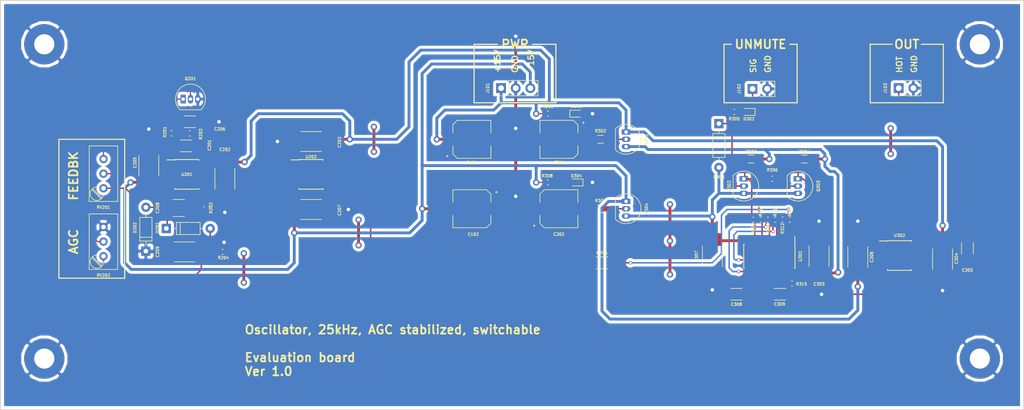
<source format=kicad_pcb>
(kicad_pcb (version 4) (host pcbnew 4.0.7-e0-6372~58~ubuntu17.04.1)
  (title_block (title "Evaluation board: Oscillator, 25kHz, AGC") (date 2017-07-04) (rev 1.0))
  (layers (0 F.Cu signal) (31 B.Cu signal) (34 B.Paste user) (35 F.Paste user) (36 B.SilkS user) (37 F.SilkS user) (38 B.Mask user) (39 F.Mask user) (44 Edge.Cuts user))
  (net 0 "")
  (net 1 /_VCC)
  (net 2 GND)
  (net 3 /_VEE)
  (net 4 "Net-(C201-Pad1)")
  (net 5 "Net-(C201-Pad2)")
  (net 6 "Net-(C204-Pad1)")
  (net 7 /subcirc_switch/SIG_IN)
  (net 8 "Net-(C206-Pad1)")
  (net 9 "Net-(C208-Pad1)")
  (net 10 "Net-(C208-Pad2)")
  (net 11 "Net-(C209-Pad1)")
  (net 12 "Net-(C301-Pad1)")
  (net 13 "Net-(C302-Pad2)")
  (net 14 /subcirc_switch/_VCC_2)
  (net 15 "Net-(C305-Pad1)")
  (net 16 /subcirc_switch/SIG_OUT)
  (net 17 /subcirc_switch/_VEE_2)
  (net 18 "Net-(C308-Pad1)")
  (net 19 "Net-(C309-Pad1)")
  (net 20 "Net-(D302-Pad2)")
  (net 21 /subcirc_switch/UNMUTE)
  (net 22 "Net-(D303-Pad1)")
  (net 23 "Net-(Q201-Pad2)")
  (net 24 "Net-(Q201-Pad1)")
  (net 25 "Net-(Q301-Pad2)")
  (net 26 "Net-(Q302-Pad1)")
  (net 27 "Net-(Q303-Pad2)")
  (net 28 "Net-(Q303-Pad1)")
  (net 29 "Net-(Q304-Pad2)")
  (net 30 "Net-(R309-Pad2)")
  (net 31 "Net-(R310-Pad2)")
  (net 32 "Net-(R311-Pad2)")
  (net 33 "Net-(R312-Pad1)")
  (net 34 "Net-(R312-Pad2)")
  (net 35 "Net-(R313-Pad2)")
  (net 36 "Net-(R314-Pad1)")
  (net 37 "Net-(R314-Pad2)")
  (net 38 "Net-(R315-Pad2)")
  (net 39 "Net-(RV201-Pad2)")
  (net 40 "Net-(U201-Pad1)")
  (net 41 "Net-(U201-Pad5)")
  (net 42 "Net-(U201-Pad8)")
  (net 43 "Net-(U202-Pad1)")
  (net 44 "Net-(U202-Pad5)")
  (net 45 "Net-(U202-Pad8)")
  (net 46 "Net-(U302-Pad1)")
  (net 47 "Net-(U302-Pad5)")
  (net 48 "Net-(U302-Pad8)")
  (module Mounting_Holes:MountingHole_3.5mm_Pad_Via (layer F.Cu) (at 226.06 71.12)
    (fp_text reference MK102 hide)
    (fp_text value ~)
    (pad 1 thru_hole circle (at 0 0) (size 7 7) (drill 3.5) (layers *.Cu *.Mask) (net 2 GND))
  )
  (module Mounting_Holes:MountingHole_3.5mm_Pad_Via (layer F.Cu) (at 226.06 125.73)
    (fp_text reference MK103 hide)
    (fp_text value ~)
    (pad 1 thru_hole circle (at 0 0) (size 7 7) (drill 3.5) (layers *.Cu *.Mask) (net 2 GND))
  )
  (module Mounting_Holes:MountingHole_3.5mm_Pad_Via (layer F.Cu) (at 63.5 125.73)
    (fp_text reference MK104 hide)
    (fp_text value ~)
    (pad 1 thru_hole circle (at 0 0) (size 7 7) (drill 3.5) (layers *.Cu *.Mask) (net 2 GND))
  )
  (module Mounting_Holes:MountingHole_3.5mm_Pad_Via (layer F.Cu) (at 63.5 71.12)
    (fp_text reference MK101 hide)
    (fp_text value ~)
    (pad 1 thru_hole circle (at 0 0) (size 7 7) (drill 3.5) (layers *.Cu *.Mask) (net 2 GND))
  )
  (module Capacitors_SMD:CP_Elec_6.3x7.7 (layer F.Cu) (at 137.795 87.63)
    (fp_text reference C101 (at 0 4.064) (layer F.SilkS) (effects (font (size 0.5 0.5) (thickness 0.1))))
    (fp_text value 100uF/35V)
    (fp_text user + (at -4.28 2.91) (layer F.SilkS) (effects (font (size 0.5 0.5) (thickness 0.1))))
    (pad 1 smd rect (at -2.7 0 180) (size 3.5 1.6) (layers F.Cu F.Paste F.Mask) (net 1 /_VCC))
    (pad 2 smd rect (at 2.7 0 180) (size 3.5 1.6) (layers F.Cu F.Paste F.Mask) (net 2 GND))
  )
  (module Capacitors_SMD:CP_Elec_6.3x7.7 (layer F.Cu) (at 137.795 99.695 180)
    (fp_text reference C102 (at -0.254 -4.445 180) (layer F.SilkS) (effects (font (size 0.5 0.5) (thickness 0.1))))
    (fp_text value 100uF/35V)
    (fp_text user + (at -4.28 2.91 180) (layer F.SilkS) (effects (font (size 0.5 0.5) (thickness 0.1))))
    (pad 1 smd rect (at -2.7 0) (size 3.5 1.6) (layers F.Cu F.Paste F.Mask) (net 2 GND))
    (pad 2 smd rect (at 2.7 0) (size 3.5 1.6) (layers F.Cu F.Paste F.Mask) (net 3 /_VEE))
  )
  (module Capacitors_SMD:C_1206_HandSoldering (layer F.Cu) (at 88.138 88.773 180)
    (fp_text reference C201 (at -4.064 0.127 270) (layer F.SilkS) (effects (font (size 0.5 0.5) (thickness 0.1))))
    (fp_text value 1nF)
    (pad 1 smd rect (at -2 0 180) (size 2 1.6) (layers F.Cu F.Paste F.Mask) (net 4 "Net-(C201-Pad1)"))
    (pad 2 smd rect (at 2 0 180) (size 2 1.6) (layers F.Cu F.Paste F.Mask) (net 5 "Net-(C201-Pad2)"))
  )
  (module Capacitors_SMD:C_1812_HandSoldering (layer F.Cu) (at 94.869 94.488 270)
    (fp_text reference C202 (at -5.08 0 360) (layer F.SilkS) (effects (font (size 0.5 0.5) (thickness 0.1))))
    (fp_text value 100nF)
    (pad 1 smd rect (at -2.9 0 270) (size 2.2 3) (layers F.Cu F.Paste F.Mask) (net 1 /_VCC))
    (pad 2 smd rect (at 2.9 0 270) (size 2.2 3) (layers F.Cu F.Paste F.Mask) (net 2 GND))
  )
  (module Capacitors_SMD:C_1812_HandSoldering (layer F.Cu) (at 109.855 88.011 180)
    (fp_text reference C203 (at -4.953 -0.127 270) (layer F.SilkS) (effects (font (size 0.5 0.5) (thickness 0.1))))
    (fp_text value 100nF)
    (pad 1 smd rect (at -2.9 0 180) (size 2.2 3) (layers F.Cu F.Paste F.Mask) (net 1 /_VCC))
    (pad 2 smd rect (at 2.9 0 180) (size 2.2 3) (layers F.Cu F.Paste F.Mask) (net 2 GND))
  )
  (module Capacitors_SMD:C_1206_HandSoldering (layer F.Cu) (at 160.401 109.093)
    (fp_text reference C204 (at 0 -1.75) (layer F.SilkS) (effects (font (size 0.5 0.5) (thickness 0.1))))
    (fp_text value 4.7uF)
    (pad 1 smd rect (at -2 0) (size 2 1.6) (layers F.Cu F.Paste F.Mask) (net 6 "Net-(C204-Pad1)"))
    (pad 2 smd rect (at 2 0) (size 2 1.6) (layers F.Cu F.Paste F.Mask) (net 7 /subcirc_switch/SIG_IN))
  )
  (module Capacitors_SMD:C_1812_HandSoldering (layer F.Cu) (at 81.661 92.202 90)
    (fp_text reference C205 (at 0.508 -2.413 270) (layer F.SilkS) (effects (font (size 0.5 0.5) (thickness 0.1))))
    (fp_text value 100nF)
    (pad 1 smd rect (at -2.9 0 90) (size 2.2 3) (layers F.Cu F.Paste F.Mask) (net 3 /_VEE))
    (pad 2 smd rect (at 2.9 0 90) (size 2.2 3) (layers F.Cu F.Paste F.Mask) (net 2 GND))
  )
  (module Capacitors_SMD:C_1206_HandSoldering (layer F.Cu) (at 88.773 84.582)
    (fp_text reference C206 (at 5.207 1.27 180) (layer F.SilkS) (effects (font (size 0.5 0.5) (thickness 0.1))))
    (fp_text value 1nF)
    (pad 1 smd rect (at -2 0) (size 2 1.6) (layers F.Cu F.Paste F.Mask) (net 8 "Net-(C206-Pad1)"))
    (pad 2 smd rect (at 2 0) (size 2 1.6) (layers F.Cu F.Paste F.Mask) (net 2 GND))
  )
  (module Capacitors_SMD:C_1812_HandSoldering (layer F.Cu) (at 109.855 99.822)
    (fp_text reference C207 (at 4.953 0.127 90) (layer F.SilkS) (effects (font (size 0.5 0.5) (thickness 0.1))))
    (fp_text value 100nF)
    (pad 1 smd rect (at -2.9 0) (size 2.2 3) (layers F.Cu F.Paste F.Mask) (net 3 /_VEE))
    (pad 2 smd rect (at 2.9 0) (size 2.2 3) (layers F.Cu F.Paste F.Mask) (net 2 GND))
  )
  (module Capacitors_SMD:C_1210_HandSoldering (layer F.Cu) (at 86.868 99.568 180)
    (fp_text reference C208 (at 3.683 0 270) (layer F.SilkS) (effects (font (size 0.5 0.5) (thickness 0.1))))
    (fp_text value 1u)
    (pad 1 smd rect (at -2 0 180) (size 2 2.5) (layers F.Cu F.Paste F.Mask) (net 9 "Net-(C208-Pad1)"))
    (pad 2 smd rect (at 2 0 180) (size 2 2.5) (layers F.Cu F.Paste F.Mask) (net 10 "Net-(C208-Pad2)"))
  )
  (module Capacitors_SMD:C_1812_HandSoldering (layer F.Cu) (at 87.884 107.188 180)
    (fp_text reference C209 (at 4.699 0 450) (layer F.SilkS) (effects (font (size 0.5 0.5) (thickness 0.1))))
    (fp_text value 0.47u)
    (pad 1 smd rect (at -2.9 0 180) (size 2.2 3) (layers F.Cu F.Paste F.Mask) (net 11 "Net-(C209-Pad1)"))
    (pad 2 smd rect (at 2.9 0 180) (size 2.2 3) (layers F.Cu F.Paste F.Mask) (net 2 GND))
  )
  (module Capacitors_SMD:CP_Elec_6.3x7.7 (layer F.Cu) (at 152.908 87.63 180)
    (fp_text reference C301 (at 0 -4.064 180) (layer F.SilkS) (effects (font (size 0.5 0.5) (thickness 0.1))))
    (fp_text value 100uF/35V)
    (fp_text user + (at -4.28 2.91 180) (layer F.SilkS) (effects (font (size 0.5 0.5) (thickness 0.1))))
    (pad 1 smd rect (at -2.7 0) (size 3.5 1.6) (layers F.Cu F.Paste F.Mask) (net 12 "Net-(C301-Pad1)"))
    (pad 2 smd rect (at 2.7 0) (size 3.5 1.6) (layers F.Cu F.Paste F.Mask) (net 2 GND))
  )
  (module Capacitors_SMD:CP_Elec_6.3x7.7 (layer F.Cu) (at 152.908 99.695)
    (fp_text reference C302 (at 0 4.43) (layer F.SilkS) (effects (font (size 0.5 0.5) (thickness 0.1))))
    (fp_text value 100uF/35V)
    (fp_text user + (at -4.28 2.91) (layer F.SilkS) (effects (font (size 0.5 0.5) (thickness 0.1))))
    (pad 1 smd rect (at -2.7 0 180) (size 3.5 1.6) (layers F.Cu F.Paste F.Mask) (net 2 GND))
    (pad 2 smd rect (at 2.7 0 180) (size 3.5 1.6) (layers F.Cu F.Paste F.Mask) (net 13 "Net-(C302-Pad2)"))
  )
  (module Capacitors_SMD:C_1812_HandSoldering (layer F.Cu) (at 198.12 107.95 270)
    (fp_text reference C303 (at 4.826 0 360) (layer F.SilkS) (effects (font (size 0.5 0.5) (thickness 0.1))))
    (fp_text value 100nF)
    (pad 1 smd rect (at -2.9 0 270) (size 2.2 3) (layers F.Cu F.Paste F.Mask) (net 2 GND))
    (pad 2 smd rect (at 2.9 0 270) (size 2.2 3) (layers F.Cu F.Paste F.Mask) (net 14 /subcirc_switch/_VCC_2))
  )
  (module Capacitors_SMD:C_1812_HandSoldering (layer F.Cu) (at 219.583 108.458 270)
    (fp_text reference C304 (at -0.127 -2.413 270) (layer F.SilkS) (effects (font (size 0.5 0.5) (thickness 0.1))))
    (fp_text value 100nF)
    (pad 1 smd rect (at -2.9 0 270) (size 2.2 3) (layers F.Cu F.Paste F.Mask) (net 1 /_VCC))
    (pad 2 smd rect (at 2.9 0 270) (size 2.2 3) (layers F.Cu F.Paste F.Mask) (net 2 GND))
  )
  (module Capacitors_SMD:C_1206_HandSoldering (layer F.Cu) (at 223.901 106.553 90)
    (fp_text reference C305 (at -3.81 0 180) (layer F.SilkS) (effects (font (size 0.5 0.5) (thickness 0.1))))
    (fp_text value 4.7uF)
    (pad 1 smd rect (at -2 0 90) (size 2 1.6) (layers F.Cu F.Paste F.Mask) (net 15 "Net-(C305-Pad1)"))
    (pad 2 smd rect (at 2 0 90) (size 2 1.6) (layers F.Cu F.Paste F.Mask) (net 16 /subcirc_switch/SIG_OUT))
  )
  (module Capacitors_SMD:C_1812_HandSoldering (layer F.Cu) (at 204.851 108.077 90)
    (fp_text reference C306 (at 0 2.413 90) (layer F.SilkS) (effects (font (size 0.5 0.5) (thickness 0.1))))
    (fp_text value 100nF)
    (pad 1 smd rect (at -2.9 0 90) (size 2.2 3) (layers F.Cu F.Paste F.Mask) (net 3 /_VEE))
    (pad 2 smd rect (at 2.9 0 90) (size 2.2 3) (layers F.Cu F.Paste F.Mask) (net 2 GND))
  )
  (module Capacitors_SMD:C_1812_HandSoldering (layer F.Cu) (at 179.578 107.95 90)
    (fp_text reference C307 (at 0 -2.75 90) (layer F.SilkS) (effects (font (size 0.5 0.5) (thickness 0.1))))
    (fp_text value 100nF)
    (pad 1 smd rect (at -2.9 0 90) (size 2.2 3) (layers F.Cu F.Paste F.Mask) (net 2 GND))
    (pad 2 smd rect (at 2.9 0 90) (size 2.2 3) (layers F.Cu F.Paste F.Mask) (net 17 /subcirc_switch/_VEE_2))
  )
  (module Capacitors_SMD:C_1206_HandSoldering (layer F.Cu) (at 183.769 114.554 180)
    (fp_text reference C308 (at 0 -1.75 180) (layer F.SilkS) (effects (font (size 0.5 0.5) (thickness 0.1))))
    (fp_text value 4.7uF)
    (pad 1 smd rect (at -2 0 180) (size 2 1.6) (layers F.Cu F.Paste F.Mask) (net 18 "Net-(C308-Pad1)"))
    (pad 2 smd rect (at 2 0 180) (size 2 1.6) (layers F.Cu F.Paste F.Mask) (net 2 GND))
  )
  (module Capacitors_SMD:C_1206_HandSoldering (layer F.Cu) (at 191.3255 114.554)
    (fp_text reference C309 (at -0.0635 1.7145) (layer F.SilkS) (effects (font (size 0.5 0.5) (thickness 0.1))))
    (fp_text value 4.7uF)
    (pad 1 smd rect (at -2 0) (size 2 1.6) (layers F.Cu F.Paste F.Mask) (net 19 "Net-(C309-Pad1)"))
    (pad 2 smd rect (at 2 0) (size 2 1.6) (layers F.Cu F.Paste F.Mask) (net 2 GND))
  )
  (module Diodes_THT:D_DO-35_SOD27_P7.62mm_Horizontal (layer F.Cu) (at 84.709 103.124)
    (fp_text reference D201 (at -1.524 -0.127 90) (layer F.SilkS) (effects (font (size 0.5 0.5) (thickness 0.1))))
    (fp_text value 1N4148)
    (pad 1 thru_hole rect (at 0 0) (size 1.6 1.6) (drill 0.8) (layers *.Cu *.Mask) (net 10 "Net-(C208-Pad2)"))
    (pad 2 thru_hole oval (at 7.62 0) (size 1.6 1.6) (drill 0.8) (layers *.Cu *.Mask) (net 11 "Net-(C209-Pad1)"))
  )
  (module Diodes_THT:D_DO-35_SOD27_P7.62mm_Horizontal (layer F.Cu) (at 81.153 107.061 90)
    (fp_text reference D202 (at 4.064 -1.905 90) (layer F.SilkS) (effects (font (size 0.5 0.5) (thickness 0.1))))
    (fp_text value 1N4148)
    (pad 1 thru_hole rect (at 0 0 90) (size 1.6 1.6) (drill 0.8) (layers *.Cu *.Mask) (net 2 GND))
    (pad 2 thru_hole oval (at 7.62 0 90) (size 1.6 1.6) (drill 0.8) (layers *.Cu *.Mask) (net 10 "Net-(C208-Pad2)"))
  )
  (module Diodes_SMD:D_SOD-523 (layer F.Cu) (at 155.956 83.185)
    (fp_text reference D301 (at 0 -1.3) (layer F.SilkS) (effects (font (size 0.5 0.5) (thickness 0.1))))
    (fp_text value 5.6V)
    (pad 2 smd rect (at 0.7 0 180) (size 0.6 0.7) (layers F.Cu F.Paste F.Mask) (net 2 GND))
    (pad 1 smd rect (at -0.7 0 180) (size 0.6 0.7) (layers F.Cu F.Paste F.Mask) (net 12 "Net-(C301-Pad1)"))
  )
  (module Diodes_SMD:D_SOD-523 (layer F.Cu) (at 185.8645 82.8675 180)
    (fp_text reference D302 (at -0.0635 -1.2065 360) (layer F.SilkS) (effects (font (size 0.5 0.5) (thickness 0.1))))
    (fp_text value 5.6V)
    (pad 2 smd rect (at 0.7 0) (size 0.6 0.7) (layers F.Cu F.Paste F.Mask) (net 20 "Net-(D302-Pad2)"))
    (pad 1 smd rect (at -0.7 0) (size 0.6 0.7) (layers F.Cu F.Paste F.Mask) (net 21 /subcirc_switch/UNMUTE))
  )
  (module Diodes_THT:D_DO-35_SOD27_P7.62mm_Horizontal (layer F.Cu) (at 180.721 84.8995 270)
    (fp_text reference D303 (at 9.271 0 360) (layer F.SilkS) (effects (font (size 0.5 0.5) (thickness 0.1))))
    (fp_text value 1N4148)
    (pad 1 thru_hole rect (at 0 0 270) (size 1.6 1.6) (drill 0.8) (layers *.Cu *.Mask) (net 22 "Net-(D303-Pad1)"))
    (pad 2 thru_hole oval (at 7.62 0 270) (size 1.6 1.6) (drill 0.8) (layers *.Cu *.Mask) (net 17 /subcirc_switch/_VEE_2))
  )
  (module Diodes_SMD:D_SOD-523 (layer F.Cu) (at 155.956 95.123 180)
    (fp_text reference D304 (at 0 1.143 180) (layer F.SilkS) (effects (font (size 0.5 0.5) (thickness 0.1))))
    (fp_text value 5.6V)
    (pad 2 smd rect (at 0.7 0) (size 0.6 0.7) (layers F.Cu F.Paste F.Mask) (net 13 "Net-(C302-Pad2)"))
    (pad 1 smd rect (at -0.7 0) (size 0.6 0.7) (layers F.Cu F.Paste F.Mask) (net 2 GND))
  )
  (module Pin_Headers:Pin_Header_Straight_1x03_Pitch2.54mm (layer F.Cu) (at 142.875 78.74 90)
    (fp_text reference J101 (at 0 -2.33 90) (layer F.SilkS) (effects (font (size 0.5 0.5) (thickness 0.1))))
    (fp_text value PWR)
    (pad 1 thru_hole rect (at 0 0 90) (size 1.7 1.7) (drill 1) (layers *.Cu *.Mask) (net 1 /_VCC))
    (pad 2 thru_hole oval (at 0 2.54 90) (size 1.7 1.7) (drill 1) (layers *.Cu *.Mask) (net 2 GND))
    (pad 3 thru_hole oval (at 0 5.08 90) (size 1.7 1.7) (drill 1) (layers *.Cu *.Mask) (net 3 /_VEE))
  )
  (module Pin_Headers:Pin_Header_Straight_1x02_Pitch2.54mm (layer F.Cu) (at 186.563 78.867 90)
    (fp_text reference J102 (at 0 -2.33 90) (layer F.SilkS) (effects (font (size 0.5 0.5) (thickness 0.1))))
    (fp_text value UNMUTE)
    (pad 1 thru_hole rect (at 0 0 90) (size 1.7 1.7) (drill 1) (layers *.Cu *.Mask) (net 21 /subcirc_switch/UNMUTE))
    (pad 2 thru_hole oval (at 0 2.54 90) (size 1.7 1.7) (drill 1) (layers *.Cu *.Mask) (net 2 GND))
  )
  (module Pin_Headers:Pin_Header_Straight_1x02_Pitch2.54mm (layer F.Cu) (at 211.963 78.74 90)
    (fp_text reference J103 (at 0 -2.33 90) (layer F.SilkS) (effects (font (size 0.5 0.5) (thickness 0.1))))
    (fp_text value SIG_OUT)
    (pad 1 thru_hole rect (at 0 0 90) (size 1.7 1.7) (drill 1) (layers *.Cu *.Mask) (net 16 /subcirc_switch/SIG_OUT))
    (pad 2 thru_hole oval (at 0 2.54 90) (size 1.7 1.7) (drill 1) (layers *.Cu *.Mask) (net 2 GND))
  )
  (module TO_SOT_Packages_THT:TO-92_Inline_Narrow_Oval (layer F.Cu) (at 87.63 80.645)
    (fp_text reference Q201 (at 1.27 -3.56) (layer F.SilkS) (effects (font (size 0.5 0.5) (thickness 0.1))))
    (fp_text value 2N3819)
    (pad 2 thru_hole oval (at 1.27 0 180) (size 0.9 1.5) (drill 0.6) (layers *.Cu *.Mask) (net 23 "Net-(Q201-Pad2)"))
    (pad 3 thru_hole oval (at 2.54 0 180) (size 0.9 1.5) (drill 0.6) (layers *.Cu *.Mask) (net 2 GND))
    (pad 1 thru_hole rect (at 0 0 180) (size 0.9 1.5) (drill 0.6) (layers *.Cu *.Mask) (net 24 "Net-(Q201-Pad1)"))
  )
  (module TO_SOT_Packages_THT:TO-92_Inline_Narrow_Oval (layer F.Cu) (at 164.592 86.36 270)
    (fp_text reference Q301 (at 1.27 -3.56 270) (layer F.SilkS) (effects (font (size 0.5 0.5) (thickness 0.1))))
    (fp_text value BC546)
    (pad 2 thru_hole oval (at 1.27 0 90) (size 0.9 1.5) (drill 0.6) (layers *.Cu *.Mask) (net 25 "Net-(Q301-Pad2)"))
    (pad 3 thru_hole oval (at 2.54 0 90) (size 0.9 1.5) (drill 0.6) (layers *.Cu *.Mask) (net 14 /subcirc_switch/_VCC_2))
    (pad 1 thru_hole rect (at 0 0 90) (size 0.9 1.5) (drill 0.6) (layers *.Cu *.Mask) (net 1 /_VCC))
  )
  (module TO_SOT_Packages_THT:TO-92_Inline_Narrow_Oval (layer F.Cu) (at 185.039 94.488 270)
    (fp_text reference Q302 (at 1.27 2.54 270) (layer F.SilkS) (effects (font (size 0.5 0.5) (thickness 0.1))))
    (fp_text value BC546)
    (pad 2 thru_hole oval (at 1.27 0 90) (size 0.9 1.5) (drill 0.6) (layers *.Cu *.Mask) (net 22 "Net-(D303-Pad1)"))
    (pad 3 thru_hole oval (at 2.54 0 90) (size 0.9 1.5) (drill 0.6) (layers *.Cu *.Mask) (net 17 /subcirc_switch/_VEE_2))
    (pad 1 thru_hole rect (at 0 0 90) (size 0.9 1.5) (drill 0.6) (layers *.Cu *.Mask) (net 26 "Net-(Q302-Pad1)"))
  )
  (module TO_SOT_Packages_THT:TO-92_Inline_Narrow_Oval (layer F.Cu) (at 194.437 94.488 270)
    (fp_text reference Q303 (at 1.27 -3.56 270) (layer F.SilkS) (effects (font (size 0.5 0.5) (thickness 0.1))))
    (fp_text value BC546)
    (pad 2 thru_hole oval (at 1.27 0 90) (size 0.9 1.5) (drill 0.6) (layers *.Cu *.Mask) (net 27 "Net-(Q303-Pad2)"))
    (pad 3 thru_hole oval (at 2.54 0 90) (size 0.9 1.5) (drill 0.6) (layers *.Cu *.Mask) (net 17 /subcirc_switch/_VEE_2))
    (pad 1 thru_hole rect (at 0 0 90) (size 0.9 1.5) (drill 0.6) (layers *.Cu *.Mask) (net 28 "Net-(Q303-Pad1)"))
  )
  (module TO_SOT_Packages_THT:TO-92_Inline_Narrow_Oval (layer F.Cu) (at 164.592 98.425 270)
    (fp_text reference Q304 (at 1.27 -3.56 270) (layer F.SilkS) (effects (font (size 0.5 0.5) (thickness 0.1))))
    (fp_text value BC556)
    (pad 2 thru_hole oval (at 1.27 0 90) (size 0.9 1.5) (drill 0.6) (layers *.Cu *.Mask) (net 29 "Net-(Q304-Pad2)"))
    (pad 3 thru_hole oval (at 2.54 0 90) (size 0.9 1.5) (drill 0.6) (layers *.Cu *.Mask) (net 17 /subcirc_switch/_VEE_2))
    (pad 1 thru_hole rect (at 0 0 90) (size 0.9 1.5) (drill 0.6) (layers *.Cu *.Mask) (net 3 /_VEE))
  )
  (module Resistors_SMD:R_0201 (layer F.Cu) (at 85.598 86.614)
    (fp_text reference R201 (at -1.143 -0.254 90) (layer F.SilkS) (effects (font (size 0.5 0.5) (thickness 0.1))))
    (fp_text value 6.34k)
    (pad 1 smd rect (at -0.26 0) (size 0.28 0.43) (layers F.Cu F.Paste F.Mask) (net 5 "Net-(C201-Pad2)"))
    (pad 2 smd rect (at 0.26 0) (size 0.28 0.43) (layers F.Cu F.Paste F.Mask) (net 8 "Net-(C206-Pad1)"))
  )
  (module Resistors_SMD:R_0201 (layer F.Cu) (at 91.694 99.314 270)
    (fp_text reference R202 (at 0.254 -0.762 450) (layer F.SilkS) (effects (font (size 0.5 0.5) (thickness 0.1))))
    (fp_text value 4.7k)
    (pad 1 smd rect (at -0.26 0 270) (size 0.28 0.43) (layers F.Cu F.Paste F.Mask) (net 4 "Net-(C201-Pad1)"))
    (pad 2 smd rect (at 0.26 0 270) (size 0.28 0.43) (layers F.Cu F.Paste F.Mask) (net 9 "Net-(C208-Pad1)"))
  )
  (module Resistors_SMD:R_0201 (layer F.Cu) (at 88.773 86.614)
    (fp_text reference R203 (at 1.905 0.127 90) (layer F.SilkS) (effects (font (size 0.5 0.5) (thickness 0.1))))
    (fp_text value 6.34k)
    (pad 1 smd rect (at -0.26 0) (size 0.28 0.43) (layers F.Cu F.Paste F.Mask) (net 8 "Net-(C206-Pad1)"))
    (pad 2 smd rect (at 0.26 0) (size 0.28 0.43) (layers F.Cu F.Paste F.Mask) (net 2 GND))
  )
  (module Resistors_SMD:R_0201 (layer F.Cu) (at 94.488 107.188 180)
    (fp_text reference R204 (at -0.127 -1.016 180) (layer F.SilkS) (effects (font (size 0.5 0.5) (thickness 0.1))))
    (fp_text value 4.7k)
    (pad 1 smd rect (at -0.26 0 180) (size 0.28 0.43) (layers F.Cu F.Paste F.Mask) (net 2 GND))
    (pad 2 smd rect (at 0.26 0 180) (size 0.28 0.43) (layers F.Cu F.Paste F.Mask) (net 11 "Net-(C209-Pad1)"))
  )
  (module Resistors_SMD:R_0201 (layer F.Cu) (at 151.003 83.185)
    (fp_text reference R301 (at 0 -1.25) (layer F.SilkS) (effects (font (size 0.5 0.5) (thickness 0.1))))
    (fp_text value 4.7k)
    (pad 1 smd rect (at -0.26 0) (size 0.28 0.43) (layers F.Cu F.Paste F.Mask) (net 1 /_VCC))
    (pad 2 smd rect (at 0.26 0) (size 0.28 0.43) (layers F.Cu F.Paste F.Mask) (net 12 "Net-(C301-Pad1)"))
  )
  (module Resistors_SMD:R_0603_HandSoldering (layer F.Cu) (at 160.147 87.63)
    (fp_text reference R302 (at 0 -1.45) (layer F.SilkS) (effects (font (size 0.5 0.5) (thickness 0.1))))
    (fp_text value 10k)
    (pad 1 smd rect (at -1.1 0) (size 1.2 0.9) (layers F.Cu F.Paste F.Mask) (net 12 "Net-(C301-Pad1)"))
    (pad 2 smd rect (at 1.1 0) (size 1.2 0.9) (layers F.Cu F.Paste F.Mask) (net 25 "Net-(Q301-Pad2)"))
  )
  (module Resistors_SMD:R_0603_HandSoldering (layer F.Cu) (at 186.309 91.059 180)
    (fp_text reference R303 (at 0 1.27 180) (layer F.SilkS) (effects (font (size 0.5 0.5) (thickness 0.1))))
    (fp_text value 10k)
    (pad 1 smd rect (at -1.1 0 180) (size 1.2 0.9) (layers F.Cu F.Paste F.Mask) (net 14 /subcirc_switch/_VCC_2))
    (pad 2 smd rect (at 1.1 0 180) (size 1.2 0.9) (layers F.Cu F.Paste F.Mask) (net 26 "Net-(Q302-Pad1)"))
  )
  (module Resistors_SMD:R_0603_HandSoldering (layer F.Cu) (at 195.58 91.059 180)
    (fp_text reference R304 (at 0 1.27 180) (layer F.SilkS) (effects (font (size 0.5 0.5) (thickness 0.1))))
    (fp_text value 10k)
    (pad 1 smd rect (at -1.1 0 180) (size 1.2 0.9) (layers F.Cu F.Paste F.Mask) (net 14 /subcirc_switch/_VCC_2))
    (pad 2 smd rect (at 1.1 0 180) (size 1.2 0.9) (layers F.Cu F.Paste F.Mask) (net 28 "Net-(Q303-Pad1)"))
  )
  (module Resistors_SMD:R_0201 (layer F.Cu) (at 183.388 82.8675 180)
    (fp_text reference R305 (at 0 -1.2065 180) (layer F.SilkS) (effects (font (size 0.5 0.5) (thickness 0.1))))
    (fp_text value 100k)
    (pad 1 smd rect (at -0.26 0 180) (size 0.28 0.43) (layers F.Cu F.Paste F.Mask) (net 20 "Net-(D302-Pad2)"))
    (pad 2 smd rect (at 0.26 0 180) (size 0.28 0.43) (layers F.Cu F.Paste F.Mask) (net 22 "Net-(D303-Pad1)"))
  )
  (module Resistors_SMD:R_0201 (layer F.Cu) (at 189.992 94.488)
    (fp_text reference R306 (at 0 -1.524) (layer F.SilkS) (effects (font (size 0.5 0.5) (thickness 0.1))))
    (fp_text value 100k)
    (pad 1 smd rect (at -0.26 0) (size 0.28 0.43) (layers F.Cu F.Paste F.Mask) (net 26 "Net-(Q302-Pad1)"))
    (pad 2 smd rect (at 0.26 0) (size 0.28 0.43) (layers F.Cu F.Paste F.Mask) (net 27 "Net-(Q303-Pad2)"))
  )
  (module Resistors_SMD:R_0603_HandSoldering (layer F.Cu) (at 160.147 99.695)
    (fp_text reference R307 (at 0 -1.397) (layer F.SilkS) (effects (font (size 0.5 0.5) (thickness 0.1))))
    (fp_text value 10k)
    (pad 1 smd rect (at -1.1 0) (size 1.2 0.9) (layers F.Cu F.Paste F.Mask) (net 13 "Net-(C302-Pad2)"))
    (pad 2 smd rect (at 1.1 0) (size 1.2 0.9) (layers F.Cu F.Paste F.Mask) (net 29 "Net-(Q304-Pad2)"))
  )
  (module Resistors_SMD:R_0201 (layer F.Cu) (at 151.003 95.123 180)
    (fp_text reference R308 (at 0.127 1.143 180) (layer F.SilkS) (effects (font (size 0.5 0.5) (thickness 0.1))))
    (fp_text value 4.7k)
    (pad 1 smd rect (at -0.26 0 180) (size 0.28 0.43) (layers F.Cu F.Paste F.Mask) (net 13 "Net-(C302-Pad2)"))
    (pad 2 smd rect (at 0.26 0 180) (size 0.28 0.43) (layers F.Cu F.Paste F.Mask) (net 3 /_VEE))
  )
  (module Resistors_SMD:R_0201 (layer F.Cu) (at 186.69 101.6)
    (fp_text reference R309 (at 0 1.524 90) (layer F.SilkS) (effects (font (size 0.5 0.5) (thickness 0.1))))
    (fp_text value 100k)
    (pad 1 smd rect (at -0.26 0) (size 0.28 0.43) (layers F.Cu F.Paste F.Mask) (net 26 "Net-(Q302-Pad1)"))
    (pad 2 smd rect (at 0.26 0) (size 0.28 0.43) (layers F.Cu F.Paste F.Mask) (net 30 "Net-(R309-Pad2)"))
  )
  (module Resistors_SMD:R_0201 (layer F.Cu) (at 187.96 101.6)
    (fp_text reference R310 (at 0 -1.524 90) (layer F.SilkS) (effects (font (size 0.5 0.5) (thickness 0.1))))
    (fp_text value 100k)
    (pad 1 smd rect (at -0.26 0) (size 0.28 0.43) (layers F.Cu F.Paste F.Mask) (net 28 "Net-(Q303-Pad1)"))
    (pad 2 smd rect (at 0.26 0) (size 0.28 0.43) (layers F.Cu F.Paste F.Mask) (net 31 "Net-(R310-Pad2)"))
  )
  (module Resistors_SMD:R_0201 (layer F.Cu) (at 193.04 101.6)
    (fp_text reference R311 (at 0 -1.524 90) (layer F.SilkS) (effects (font (size 0.5 0.5) (thickness 0.1))))
    (fp_text value 1k)
    (pad 1 smd rect (at -0.26 0) (size 0.28 0.43) (layers F.Cu F.Paste F.Mask) (net 7 /subcirc_switch/SIG_IN))
    (pad 2 smd rect (at 0.26 0) (size 0.28 0.43) (layers F.Cu F.Paste F.Mask) (net 32 "Net-(R311-Pad2)"))
  )
  (module Resistors_SMD:R_0201 (layer F.Cu) (at 191.77 101.6 180)
    (fp_text reference R312 (at 0 -1.524 270) (layer F.SilkS) (effects (font (size 0.5 0.5) (thickness 0.1))))
    (fp_text value 1k)
    (pad 1 smd rect (at -0.26 0 180) (size 0.28 0.43) (layers F.Cu F.Paste F.Mask) (net 33 "Net-(R312-Pad1)"))
    (pad 2 smd rect (at 0.26 0 180) (size 0.28 0.43) (layers F.Cu F.Paste F.Mask) (net 34 "Net-(R312-Pad2)"))
  )
  (module Resistors_SMD:R_0201 (layer F.Cu) (at 189.23 101.6)
    (fp_text reference R313 (at 0 1.524 90) (layer F.SilkS) (effects (font (size 0.5 0.5) (thickness 0.1))))
    (fp_text value 1k)
    (pad 1 smd rect (at -0.26 0) (size 0.28 0.43) (layers F.Cu F.Paste F.Mask) (net 34 "Net-(R312-Pad2)"))
    (pad 2 smd rect (at 0.26 0) (size 0.28 0.43) (layers F.Cu F.Paste F.Mask) (net 35 "Net-(R313-Pad2)"))
  )
  (module Resistors_SMD:R_0201 (layer F.Cu) (at 190.5 101.6 180)
    (fp_text reference R314 (at 0 1.524 270) (layer F.SilkS) (effects (font (size 0.5 0.5) (thickness 0.1))))
    (fp_text value 1k)
    (pad 1 smd rect (at -0.26 0 180) (size 0.28 0.43) (layers F.Cu F.Paste F.Mask) (net 36 "Net-(R314-Pad1)"))
    (pad 2 smd rect (at 0.26 0 180) (size 0.28 0.43) (layers F.Cu F.Paste F.Mask) (net 37 "Net-(R314-Pad2)"))
  )
  (module Resistors_SMD:R_0201 (layer F.Cu) (at 193.421 112.7125)
    (fp_text reference R315 (at 1.651 0.0635) (layer F.SilkS) (effects (font (size 0.5 0.5) (thickness 0.1))))
    (fp_text value 1k)
    (pad 1 smd rect (at -0.26 0) (size 0.28 0.43) (layers F.Cu F.Paste F.Mask) (net 37 "Net-(R314-Pad2)"))
    (pad 2 smd rect (at 0.26 0) (size 0.28 0.43) (layers F.Cu F.Paste F.Mask) (net 38 "Net-(R315-Pad2)"))
  )
  (module Potentiometers:Potentiometer_Trimmer_Bourns_3296W (layer F.Cu) (at 73.787 96.139 270)
    (fp_text reference RV201 (at 3.302 0 360) (layer F.SilkS) (effects (font (size 0.5 0.5) (thickness 0.1))))
    (fp_text value 22k)
    (pad 1 thru_hole circle (at 0 0 270) (size 1.44 1.44) (drill 0.8) (layers *.Cu *.Mask) (net 4 "Net-(C201-Pad1)"))
    (pad 2 thru_hole circle (at -2.54 0 270) (size 1.44 1.44) (drill 0.8) (layers *.Cu *.Mask) (net 39 "Net-(RV201-Pad2)"))
    (pad 3 thru_hole circle (at -5.08 0 270) (size 1.44 1.44) (drill 0.8) (layers *.Cu *.Mask) (net 24 "Net-(Q201-Pad1)"))
  )
  (module Potentiometers:Potentiometer_Trimmer_Bourns_3296W (layer F.Cu) (at 73.787 107.95 270)
    (fp_text reference RV202 (at 3.302 0 360) (layer F.SilkS) (effects (font (size 0.5 0.5) (thickness 0.1))))
    (fp_text value 22k)
    (pad 1 thru_hole circle (at 0 0 270) (size 1.44 1.44) (drill 0.8) (layers *.Cu *.Mask) (net 11 "Net-(C209-Pad1)"))
    (pad 2 thru_hole circle (at -2.54 0 270) (size 1.44 1.44) (drill 0.8) (layers *.Cu *.Mask) (net 23 "Net-(Q201-Pad2)"))
    (pad 3 thru_hole circle (at -5.08 0 270) (size 1.44 1.44) (drill 0.8) (layers *.Cu *.Mask) (net 2 GND))
  )
  (module Housings_SOIC:SOIC-8_3.9x4.9mm_Pitch1.27mm (layer F.Cu) (at 88.265 93.726)
    (fp_text reference U201 (at 0 0) (layer F.SilkS) (effects (font (size 0.5 0.5) (thickness 0.1))))
    (fp_text value TL061)
    (pad 1 smd rect (at -2.7 -1.905) (size 1.55 0.6) (layers F.Cu F.Paste F.Mask) (net 40 "Net-(U201-Pad1)"))
    (pad 2 smd rect (at -2.7 -0.635) (size 1.55 0.6) (layers F.Cu F.Paste F.Mask) (net 39 "Net-(RV201-Pad2)"))
    (pad 3 smd rect (at -2.7 0.635) (size 1.55 0.6) (layers F.Cu F.Paste F.Mask) (net 8 "Net-(C206-Pad1)"))
    (pad 4 smd rect (at -2.7 1.905) (size 1.55 0.6) (layers F.Cu F.Paste F.Mask) (net 3 /_VEE))
    (pad 5 smd rect (at 2.7 1.905) (size 1.55 0.6) (layers F.Cu F.Paste F.Mask) (net 41 "Net-(U201-Pad5)"))
    (pad 6 smd rect (at 2.7 0.635) (size 1.55 0.6) (layers F.Cu F.Paste F.Mask) (net 4 "Net-(C201-Pad1)"))
    (pad 7 smd rect (at 2.7 -0.635) (size 1.55 0.6) (layers F.Cu F.Paste F.Mask) (net 1 /_VCC))
    (pad 8 smd rect (at 2.7 -1.905) (size 1.55 0.6) (layers F.Cu F.Paste F.Mask) (net 42 "Net-(U201-Pad8)"))
  )
  (module Housings_SOIC:SOIC-8_3.9x4.9mm_Pitch1.27mm (layer F.Cu) (at 109.855 93.726)
    (fp_text reference U202 (at 0 -3.048) (layer F.SilkS) (effects (font (size 0.5 0.5) (thickness 0.1))))
    (fp_text value TL061)
    (pad 1 smd rect (at -2.7 -1.905) (size 1.55 0.6) (layers F.Cu F.Paste F.Mask) (net 43 "Net-(U202-Pad1)"))
    (pad 2 smd rect (at -2.7 -0.635) (size 1.55 0.6) (layers F.Cu F.Paste F.Mask) (net 6 "Net-(C204-Pad1)"))
    (pad 3 smd rect (at -2.7 0.635) (size 1.55 0.6) (layers F.Cu F.Paste F.Mask) (net 4 "Net-(C201-Pad1)"))
    (pad 4 smd rect (at -2.7 1.905) (size 1.55 0.6) (layers F.Cu F.Paste F.Mask) (net 3 /_VEE))
    (pad 5 smd rect (at 2.7 1.905) (size 1.55 0.6) (layers F.Cu F.Paste F.Mask) (net 44 "Net-(U202-Pad5)"))
    (pad 6 smd rect (at 2.7 0.635) (size 1.55 0.6) (layers F.Cu F.Paste F.Mask) (net 6 "Net-(C204-Pad1)"))
    (pad 7 smd rect (at 2.7 -0.635) (size 1.55 0.6) (layers F.Cu F.Paste F.Mask) (net 1 /_VCC))
    (pad 8 smd rect (at 2.7 -1.905) (size 1.55 0.6) (layers F.Cu F.Paste F.Mask) (net 45 "Net-(U202-Pad8)"))
  )
  (module Housings_SOIC:SOIC-14_3.9x8.7mm_Pitch1.27mm (layer F.Cu) (at 189.484 107.95 270)
    (fp_text reference U301 (at 0 -5.375 270) (layer F.SilkS) (effects (font (size 0.5 0.5) (thickness 0.1))))
    (fp_text value 4066)
    (pad 1 smd rect (at -2.7 -3.81 270) (size 1.5 0.6) (layers F.Cu F.Paste F.Mask) (net 32 "Net-(R311-Pad2)"))
    (pad 2 smd rect (at -2.7 -2.54 270) (size 1.5 0.6) (layers F.Cu F.Paste F.Mask) (net 33 "Net-(R312-Pad1)"))
    (pad 3 smd rect (at -2.7 -1.27 270) (size 1.5 0.6) (layers F.Cu F.Paste F.Mask) (net 36 "Net-(R314-Pad1)"))
    (pad 4 smd rect (at -2.7 0 270) (size 1.5 0.6) (layers F.Cu F.Paste F.Mask) (net 35 "Net-(R313-Pad2)"))
    (pad 5 smd rect (at -2.7 1.27 270) (size 1.5 0.6) (layers F.Cu F.Paste F.Mask) (net 31 "Net-(R310-Pad2)"))
    (pad 6 smd rect (at -2.7 2.54 270) (size 1.5 0.6) (layers F.Cu F.Paste F.Mask) (net 30 "Net-(R309-Pad2)"))
    (pad 7 smd rect (at -2.7 3.81 270) (size 1.5 0.6) (layers F.Cu F.Paste F.Mask) (net 17 /subcirc_switch/_VEE_2))
    (pad 8 smd rect (at 2.7 3.81 270) (size 1.5 0.6) (layers F.Cu F.Paste F.Mask) (net 34 "Net-(R312-Pad2)"))
    (pad 9 smd rect (at 2.7 2.54 270) (size 1.5 0.6) (layers F.Cu F.Paste F.Mask) (net 18 "Net-(C308-Pad1)"))
    (pad 10 smd rect (at 2.7 1.27 270) (size 1.5 0.6) (layers F.Cu F.Paste F.Mask) (net 19 "Net-(C309-Pad1)"))
    (pad 11 smd rect (at 2.7 0 270) (size 1.5 0.6) (layers F.Cu F.Paste F.Mask) (net 37 "Net-(R314-Pad2)"))
    (pad 12 smd rect (at 2.7 -1.27 270) (size 1.5 0.6) (layers F.Cu F.Paste F.Mask) (net 30 "Net-(R309-Pad2)"))
    (pad 13 smd rect (at 2.7 -2.54 270) (size 1.5 0.6) (layers F.Cu F.Paste F.Mask) (net 31 "Net-(R310-Pad2)"))
    (pad 14 smd rect (at 2.7 -3.81 270) (size 1.5 0.6) (layers F.Cu F.Paste F.Mask) (net 14 /subcirc_switch/_VCC_2))
  )
  (module Housings_SOIC:SOIC-8_3.9x4.9mm_Pitch1.27mm (layer F.Cu) (at 212.09 107.823)
    (fp_text reference U302 (at 0 -3.5) (layer F.SilkS) (effects (font (size 0.5 0.5) (thickness 0.1))))
    (fp_text value TL061)
    (pad 1 smd rect (at -2.7 -1.905) (size 1.55 0.6) (layers F.Cu F.Paste F.Mask) (net 46 "Net-(U302-Pad1)"))
    (pad 2 smd rect (at -2.7 -0.635) (size 1.55 0.6) (layers F.Cu F.Paste F.Mask) (net 15 "Net-(C305-Pad1)"))
    (pad 3 smd rect (at -2.7 0.635) (size 1.55 0.6) (layers F.Cu F.Paste F.Mask) (net 38 "Net-(R315-Pad2)"))
    (pad 4 smd rect (at -2.7 1.905) (size 1.55 0.6) (layers F.Cu F.Paste F.Mask) (net 3 /_VEE))
    (pad 5 smd rect (at 2.7 1.905) (size 1.55 0.6) (layers F.Cu F.Paste F.Mask) (net 47 "Net-(U302-Pad5)"))
    (pad 6 smd rect (at 2.7 0.635) (size 1.55 0.6) (layers F.Cu F.Paste F.Mask) (net 15 "Net-(C305-Pad1)"))
    (pad 7 smd rect (at 2.7 -0.635) (size 1.55 0.6) (layers F.Cu F.Paste F.Mask) (net 1 /_VCC))
    (pad 8 smd rect (at 2.7 -1.905) (size 1.55 0.6) (layers F.Cu F.Paste F.Mask) (net 48 "Net-(U302-Pad8)"))
  )
  (gr_line (start 152.4 81.28) (end 138.176 81.28) (angle 90) (layer F.SilkS) (width 0.2))
  (gr_line (start 152.4 71.12) (end 152.4 81.28) (angle 90) (layer F.SilkS) (width 0.2))
  (gr_line (start 148.336 71.12) (end 152.4 71.12) (angle 90) (layer F.SilkS) (width 0.2))
  (gr_line (start 138.176 71.12) (end 142.24 71.12) (angle 90) (layer F.SilkS) (width 0.2))
  (gr_line (start 138.176 81.28) (end 138.176 71.12) (angle 90) (layer F.SilkS) (width 0.2))
  (gr_text PWR (at 145.288 71.12) (layer F.SilkS) (effects (font (size 1.5 1.5) (thickness 0.3))))
  (gr_text GND (at 145.288 76.2 90) (layer F.SilkS) (effects (font (size 1 1) (thickness 0.2)) (justify left)))
  (gr_text -15V (at 148.082 76.2 90) (layer F.SilkS) (effects (font (size 1 1) (thickness 0.2)) (justify left)))
  (gr_text +15V (at 142.24 76.2 90) (layer F.SilkS) (effects (font (size 1 1) (thickness 0.2)) (justify left)))
  (gr_text "Oscillator, 25kHz, AGC stabilized, switchable\n\nEvaluation board\nVer 1.0" (at 98.171 124.333) (layer F.SilkS) (effects (font (size 1.5 1.5) (thickness 0.3)) (justify left)))
  (gr_text GND (at 214.63 76.2 90) (layer F.SilkS) (effects (font (size 1 1) (thickness 0.2)) (justify left)))
  (gr_text HOT (at 212.09 76.2 90) (layer F.SilkS) (effects (font (size 1 1) (thickness 0.2)) (justify left)))
  (gr_line (start 207.01 71.12) (end 210.82 71.12) (angle 90) (layer F.SilkS) (width 0.2))
  (gr_line (start 207.01 81.28) (end 207.01 71.12) (angle 90) (layer F.SilkS) (width 0.2))
  (gr_line (start 219.71 81.28) (end 207.01 81.28) (angle 90) (layer F.SilkS) (width 0.2))
  (gr_line (start 181.61 71.12) (end 182.88 71.12) (angle 90) (layer F.SilkS) (width 0.2))
  (gr_line (start 181.61 81.28) (end 181.61 71.12) (angle 90) (layer F.SilkS) (width 0.2))
  (gr_line (start 194.31 81.28) (end 181.61 81.28) (angle 90) (layer F.SilkS) (width 0.2))
  (gr_line (start 219.71 71.12) (end 219.71 81.28) (angle 90) (layer F.SilkS) (width 0.2))
  (gr_line (start 215.9 71.12) (end 219.71 71.12) (angle 90) (layer F.SilkS) (width 0.2))
  (gr_text OUT (at 213.36 71.12) (layer F.SilkS) (effects (font (size 1.5 1.5) (thickness 0.3))))
  (gr_line (start 194.31 71.12) (end 194.31 81.28) (angle 90) (layer F.SilkS) (width 0.2))
  (gr_line (start 193.04 71.12) (end 194.31 71.12) (angle 90) (layer F.SilkS) (width 0.2))
  (gr_text UNMUTE (at 187.96 71.12) (layer F.SilkS) (effects (font (size 1.5 1.5) (thickness 0.3))))
  (gr_text GND (at 189.23 76.2 90) (layer F.SilkS) (effects (font (size 1 1) (thickness 0.2)) (justify left)))
  (gr_text SIG (at 186.69 76.2 90) (layer F.SilkS) (effects (font (size 1 1) (thickness 0.2)) (justify left)))
  (gr_line (start 66.04 111.76) (end 66.04 87.63) (angle 90) (layer F.SilkS) (width 0.2))
  (gr_line (start 77.47 111.76) (end 66.04 111.76) (angle 90) (layer F.SilkS) (width 0.2))
  (gr_line (start 77.47 87.63) (end 77.47 111.76) (angle 90) (layer F.SilkS) (width 0.2))
  (gr_line (start 66.04 87.63) (end 77.47 87.63) (angle 90) (layer F.SilkS) (width 0.2))
  (gr_text AGC (at 68.58 105.41 90) (layer F.SilkS) (effects (font (size 1.5 1.5) (thickness 0.3))))
  (gr_text FEEDBK (at 68.58 93.98 90) (layer F.SilkS) (effects (font (size 1.5 1.5) (thickness 0.3))))
  (gr_line (start 55.88 134.62) (end 55.88 63.5) (angle 90) (layer Edge.Cuts) (width 0.15))
  (gr_line (start 233.68 134.62) (end 55.88 134.62) (angle 90) (layer Edge.Cuts) (width 0.15))
  (gr_line (start 233.68 63.5) (end 233.68 134.62) (angle 90) (layer Edge.Cuts) (width 0.15))
  (gr_line (start 55.88 63.5) (end 233.68 63.5) (angle 90) (layer Edge.Cuts) (width 0.15))
  (via (at 120.777 89.789) (size 1.1) (drill 0.6) (layers F.Cu B.Cu) (net 0))
  (via (at 120.777 85.471) (size 1.1) (drill 0.6) (layers F.Cu B.Cu) (net 0))
  (segment (start 120.777 89.789) (end 120.777 85.471) (width 0.5) (layer F.Cu) (net 0))
  (via (at 118.11 101.6) (size 1.1) (drill 0.6) (layers F.Cu B.Cu) (net 0))
  (via (at 118.11 106.045) (size 1.1) (drill 0.6) (layers F.Cu B.Cu) (net 0))
  (segment (start 118.11 101.6) (end 118.11 106.045) (width 0.5) (layer F.Cu) (net 0))
  (via (at 98.171 107.442) (size 1.1) (drill 0.6) (layers F.Cu B.Cu) (net 0))
  (via (at 98.171 112.522) (size 1.1) (drill 0.6) (layers F.Cu B.Cu) (net 0))
  (segment (start 98.171 107.442) (end 98.171 112.522) (width 0.5) (layer F.Cu) (net 0))
  (via (at 210.566 85.725) (size 1.1) (drill 0.6) (layers F.Cu B.Cu) (net 0))
  (via (at 210.566 90.17) (size 1.1) (drill 0.6) (layers F.Cu B.Cu) (net 0))
  (segment (start 210.566 85.725) (end 210.566 90.17) (width 0.5) (layer F.Cu) (net 0))
  (segment (start 172.212 111.125) (end 172.212 105.283) (width 0.5) (layer F.Cu) (net 0))
  (segment (start 172.212 105.283) (end 172.212 98.933) (width 0.5) (layer F.Cu) (net 0))
  (via (at 172.212 105.283) (size 1.1) (drill 0.6) (layers F.Cu B.Cu) (net 0))
  (via (at 172.212 98.933) (size 1.1) (drill 0.6) (layers F.Cu B.Cu) (net 0))
  (via (at 172.212 111.125) (size 1.1) (drill 0.6) (layers F.Cu B.Cu) (net 0))
  (segment (start 164.592 86.36) (end 167.767 86.36) (width 0.5) (layer B.Cu) (net 1))
  (via (at 219.583 102.616) (size 1.1) (drill 0.6) (layers F.Cu B.Cu) (net 1))
  (segment (start 219.583 102.616) (end 219.583 105.558) (width 0.5) (layer F.Cu) (net 1))
  (segment (start 219.583 88.9) (end 219.583 102.616) (width 0.5) (layer B.Cu) (net 1))
  (segment (start 218.567 87.884) (end 219.583 88.9) (width 0.5) (layer B.Cu) (net 1))
  (segment (start 169.291 87.884) (end 218.567 87.884) (width 0.5) (layer B.Cu) (net 1))
  (segment (start 167.767 86.36) (end 169.291 87.884) (width 0.5) (layer B.Cu) (net 1))
  (segment (start 214.79 107.188) (end 216.027 107.188) (width 0.5) (layer F.Cu) (net 1))
  (segment (start 217.043 106.172) (end 218.969 106.172) (width 0.5) (layer F.Cu) (net 1))
  (segment (start 216.027 107.188) (end 217.043 106.172) (width 0.5) (layer F.Cu) (net 1))
  (segment (start 218.969 106.172) (end 219.583 105.558) (width 0.5) (layer F.Cu) (net 1))
  (segment (start 94.869 91.588) (end 98.277 91.588) (width 0.5) (layer F.Cu) (net 1))
  (segment (start 116.586 84.455) (end 116.586 87.63) (width 0.5) (layer B.Cu) (net 1))
  (segment (start 115.316 83.185) (end 116.586 84.455) (width 0.5) (layer B.Cu) (net 1))
  (segment (start 100.711 83.185) (end 115.316 83.185) (width 0.5) (layer B.Cu) (net 1))
  (segment (start 99.441 84.455) (end 100.711 83.185) (width 0.5) (layer B.Cu) (net 1))
  (segment (start 99.441 90.424) (end 99.441 84.455) (width 0.5) (layer B.Cu) (net 1))
  (segment (start 98.298 91.567) (end 99.441 90.424) (width 0.5) (layer B.Cu) (net 1))
  (via (at 98.298 91.567) (size 1.1) (drill 0.6) (layers F.Cu B.Cu) (net 1))
  (segment (start 98.277 91.588) (end 98.298 91.567) (width 0.5) (layer F.Cu) (net 1))
  (segment (start 90.965 93.091) (end 92.202 93.091) (width 0.5) (layer F.Cu) (net 1))
  (segment (start 92.202 93.091) (end 93.705 91.588) (width 0.5) (layer F.Cu) (net 1))
  (segment (start 93.705 91.588) (end 94.869 91.588) (width 0.5) (layer F.Cu) (net 1))
  (segment (start 151.257 81.28) (end 151.257 73.66) (width 0.5) (layer B.Cu) (net 1))
  (segment (start 151.257 73.66) (end 149.733 72.136) (width 0.5) (layer B.Cu) (net 1))
  (segment (start 149.733 72.136) (end 128.905 72.136) (width 0.5) (layer B.Cu) (net 1))
  (segment (start 128.905 72.136) (end 126.873 74.168) (width 0.5) (layer B.Cu) (net 1))
  (segment (start 126.873 74.168) (end 126.873 85.471) (width 0.5) (layer B.Cu) (net 1))
  (segment (start 126.873 85.471) (end 124.714 87.63) (width 0.5) (layer B.Cu) (net 1))
  (segment (start 124.714 87.63) (end 116.586 87.63) (width 0.5) (layer B.Cu) (net 1))
  (segment (start 116.586 87.63) (end 114.554 87.63) (width 0.5) (layer F.Cu) (net 1))
  (via (at 116.586 87.63) (size 1.1) (drill 0.6) (layers F.Cu B.Cu) (net 1))
  (segment (start 112.555 93.091) (end 113.792 93.091) (width 0.5) (layer F.Cu) (net 1))
  (segment (start 114.554 92.329) (end 114.554 87.63) (width 0.5) (layer F.Cu) (net 1))
  (segment (start 113.792 93.091) (end 114.554 92.329) (width 0.5) (layer F.Cu) (net 1))
  (segment (start 114.554 87.63) (end 113.136 87.63) (width 0.5) (layer F.Cu) (net 1))
  (segment (start 113.136 87.63) (end 112.755 88.011) (width 0.5) (layer F.Cu) (net 1))
  (segment (start 150.743 83.185) (end 148.971 83.185) (width 0.2) (layer F.Cu) (net 1))
  (segment (start 148.971 83.185) (end 148.971 81.28) (width 0.5) (layer B.Cu) (net 1))
  (via (at 148.971 83.185) (size 1.1) (drill 0.6) (layers F.Cu B.Cu) (net 1))
  (segment (start 142.875 81.28) (end 148.971 81.28) (width 0.5) (layer B.Cu) (net 1))
  (segment (start 148.971 81.28) (end 151.257 81.28) (width 0.5) (layer B.Cu) (net 1))
  (segment (start 151.257 81.28) (end 163.322 81.28) (width 0.5) (layer B.Cu) (net 1))
  (segment (start 164.592 82.55) (end 164.592 86.36) (width 0.5) (layer B.Cu) (net 1))
  (segment (start 163.322 81.28) (end 164.592 82.55) (width 0.5) (layer B.Cu) (net 1))
  (segment (start 142.875 78.74) (end 142.875 81.28) (width 0.5) (layer B.Cu) (net 1))
  (segment (start 131.699 87.63) (end 135.095 87.63) (width 0.5) (layer F.Cu) (net 1))
  (via (at 131.699 87.63) (size 1.1) (drill 0.6) (layers F.Cu B.Cu) (net 1))
  (segment (start 131.699 83.947) (end 131.699 87.63) (width 0.5) (layer B.Cu) (net 1))
  (segment (start 133.096 82.55) (end 131.699 83.947) (width 0.5) (layer B.Cu) (net 1))
  (segment (start 141.605 82.55) (end 133.096 82.55) (width 0.5) (layer B.Cu) (net 1))
  (segment (start 142.875 81.28) (end 141.605 82.55) (width 0.5) (layer B.Cu) (net 1))
  (segment (start 145.415 78.74) (end 145.415 69.723) (width 0.5) (layer F.Cu) (net 2))
  (via (at 145.415 69.723) (size 1.1) (drill 0.6) (layers F.Cu B.Cu) (net 2))
  (via (at 145.415 97.536) (size 1.1) (drill 0.6) (layers F.Cu B.Cu) (net 2))
  (segment (start 145.415 97.536) (end 145.415 97.282) (width 0.5) (layer F.Cu) (net 2))
  (segment (start 145.415 97.282) (end 145.288 97.282) (width 0.5) (layer F.Cu) (net 2))
  (segment (start 145.288 97.282) (end 145.415 97.282) (width 0.5) (layer F.Cu) (net 2))
  (segment (start 145.415 78.74) (end 145.415 85.725) (width 0.5) (layer F.Cu) (net 2))
  (via (at 145.415 85.725) (size 1.1) (drill 0.6) (layers F.Cu B.Cu) (net 2))
  (segment (start 145.415 85.725) (end 145.415 87.63) (width 0.5) (layer F.Cu) (net 2))
  (segment (start 219.583 111.358) (end 219.583 113.919) (width 0.5) (layer F.Cu) (net 2))
  (via (at 219.583 113.919) (size 1.1) (drill 0.6) (layers F.Cu B.Cu) (net 2))
  (segment (start 204.851 105.177) (end 204.851 101.854) (width 0.5) (layer F.Cu) (net 2))
  (via (at 204.851 101.854) (size 1.1) (drill 0.6) (layers F.Cu B.Cu) (net 2))
  (segment (start 198.12 105.05) (end 198.12 101.854) (width 0.5) (layer F.Cu) (net 2))
  (via (at 198.12 101.854) (size 1.1) (drill 0.6) (layers F.Cu B.Cu) (net 2))
  (segment (start 193.3255 114.554) (end 198.5645 114.554) (width 0.5) (layer F.Cu) (net 2))
  (via (at 198.5645 114.554) (size 1.1) (drill 0.6) (layers F.Cu B.Cu) (net 2))
  (via (at 179.578 113.792) (size 1.1) (drill 0.6) (layers F.Cu B.Cu) (net 2))
  (segment (start 179.578 110.85) (end 179.578 113.792) (width 0.5) (layer F.Cu) (net 2))
  (segment (start 180.34 114.554) (end 181.769 114.554) (width 0.5) (layer F.Cu) (net 2))
  (segment (start 179.578 113.792) (end 180.34 114.554) (width 0.5) (layer F.Cu) (net 2))
  (segment (start 156.656 95.123) (end 158.75 95.123) (width 0.5) (layer F.Cu) (net 2))
  (via (at 158.75 95.123) (size 1.1) (drill 0.6) (layers F.Cu B.Cu) (net 2))
  (segment (start 156.656 83.185) (end 158.75 83.185) (width 0.5) (layer F.Cu) (net 2))
  (via (at 158.75 83.185) (size 1.1) (drill 0.6) (layers F.Cu B.Cu) (net 2))
  (segment (start 145.415 87.63) (end 145.415 97.282) (width 0.5) (layer F.Cu) (net 2))
  (segment (start 145.415 97.282) (end 145.415 99.568) (width 0.5) (layer F.Cu) (net 2))
  (segment (start 145.415 99.568) (end 145.288 99.695) (width 0.5) (layer F.Cu) (net 2))
  (segment (start 140.495 99.695) (end 145.288 99.695) (width 0.5) (layer F.Cu) (net 2))
  (segment (start 145.288 99.695) (end 150.208 99.695) (width 0.5) (layer F.Cu) (net 2))
  (segment (start 140.495 87.63) (end 145.415 87.63) (width 0.5) (layer F.Cu) (net 2))
  (segment (start 145.415 87.63) (end 150.208 87.63) (width 0.5) (layer F.Cu) (net 2))
  (segment (start 84.984 107.188) (end 81.28 107.188) (width 0.5) (layer F.Cu) (net 2))
  (segment (start 81.28 107.188) (end 81.153 107.061) (width 0.5) (layer F.Cu) (net 2))
  (segment (start 112.755 99.822) (end 116.332 99.822) (width 0.5) (layer F.Cu) (net 2))
  (via (at 116.332 99.822) (size 1.1) (drill 0.6) (layers F.Cu B.Cu) (net 2))
  (segment (start 106.955 88.011) (end 104.013 88.011) (width 0.5) (layer F.Cu) (net 2))
  (via (at 104.013 88.011) (size 1.1) (drill 0.6) (layers F.Cu B.Cu) (net 2))
  (segment (start 81.661 89.302) (end 81.661 85.852) (width 0.5) (layer F.Cu) (net 2))
  (via (at 81.661 85.852) (size 1.1) (drill 0.6) (layers F.Cu B.Cu) (net 2))
  (segment (start 90.773 84.582) (end 93.853 84.582) (width 0.5) (layer F.Cu) (net 2))
  (via (at 93.853 84.582) (size 1.1) (drill 0.6) (layers F.Cu B.Cu) (net 2))
  (segment (start 94.748 107.188) (end 94.748 105.543) (width 0.2) (layer F.Cu) (net 2))
  (via (at 94.742 105.537) (size 1.1) (drill 0.6) (layers F.Cu B.Cu) (net 2))
  (segment (start 94.748 105.543) (end 94.742 105.537) (width 0.2) (layer F.Cu) (net 2))
  (segment (start 94.869 97.388) (end 94.869 100.33) (width 0.5) (layer F.Cu) (net 2))
  (via (at 94.869 100.33) (size 1.1) (drill 0.6) (layers F.Cu B.Cu) (net 2))
  (segment (start 94.748 97.509) (end 94.869 97.388) (width 0.2) (layer F.Cu) (net 2))
  (segment (start 90.17 83.979) (end 90.773 84.582) (width 0.2) (layer F.Cu) (net 2))
  (segment (start 89.033 86.614) (end 90.297 86.614) (width 0.2) (layer F.Cu) (net 2))
  (segment (start 90.773 86.138) (end 90.773 84.582) (width 0.2) (layer F.Cu) (net 2))
  (segment (start 90.297 86.614) (end 90.773 86.138) (width 0.2) (layer F.Cu) (net 2))
  (segment (start 164.592 98.425) (end 161.544 98.425) (width 0.5) (layer B.Cu) (net 3))
  (segment (start 204.851 113.2205) (end 204.851 110.977) (width 0.5) (layer F.Cu) (net 3))
  (via (at 204.851 113.2205) (size 1.1) (drill 0.6) (layers F.Cu B.Cu) (net 3))
  (segment (start 204.851 117.348) (end 204.851 113.2205) (width 0.5) (layer B.Cu) (net 3))
  (segment (start 203.327 118.872) (end 204.851 117.348) (width 0.5) (layer B.Cu) (net 3))
  (segment (start 161.798 118.872) (end 203.327 118.872) (width 0.5) (layer B.Cu) (net 3))
  (segment (start 160.401 117.475) (end 161.798 118.872) (width 0.5) (layer B.Cu) (net 3))
  (segment (start 160.401 99.568) (end 160.401 117.475) (width 0.5) (layer B.Cu) (net 3))
  (segment (start 161.544 98.425) (end 160.401 99.568) (width 0.5) (layer B.Cu) (net 3))
  (segment (start 209.39 109.728) (end 208.407 109.728) (width 0.5) (layer F.Cu) (net 3))
  (segment (start 208.407 109.728) (end 207.158 110.977) (width 0.5) (layer F.Cu) (net 3))
  (segment (start 207.158 110.977) (end 204.851 110.977) (width 0.5) (layer F.Cu) (net 3))
  (segment (start 81.661 95.102) (end 78.507 95.102) (width 0.5) (layer F.Cu) (net 3))
  (segment (start 106.934 109.093) (end 106.934 103.886) (width 0.5) (layer B.Cu) (net 3))
  (segment (start 105.791 110.236) (end 106.934 109.093) (width 0.5) (layer B.Cu) (net 3))
  (segment (start 78.613 110.236) (end 105.791 110.236) (width 0.5) (layer B.Cu) (net 3))
  (segment (start 77.47 109.093) (end 78.613 110.236) (width 0.5) (layer B.Cu) (net 3))
  (segment (start 77.47 96.139) (end 77.47 109.093) (width 0.5) (layer B.Cu) (net 3))
  (segment (start 78.486 95.123) (end 77.47 96.139) (width 0.5) (layer B.Cu) (net 3))
  (via (at 78.486 95.123) (size 1.1) (drill 0.6) (layers F.Cu B.Cu) (net 3))
  (segment (start 78.507 95.102) (end 78.486 95.123) (width 0.5) (layer F.Cu) (net 3))
  (segment (start 85.565 95.631) (end 82.19 95.631) (width 0.5) (layer F.Cu) (net 3))
  (segment (start 82.19 95.631) (end 81.661 95.102) (width 0.5) (layer F.Cu) (net 3))
  (segment (start 129.159 99.695) (end 129.159 101.727) (width 0.5) (layer B.Cu) (net 3))
  (segment (start 127 103.886) (end 106.934 103.886) (width 0.5) (layer B.Cu) (net 3))
  (segment (start 129.159 101.727) (end 127 103.886) (width 0.5) (layer B.Cu) (net 3))
  (via (at 106.934 103.886) (size 1.1) (drill 0.6) (layers F.Cu B.Cu) (net 3))
  (segment (start 106.955 103.865) (end 106.955 99.822) (width 0.5) (layer F.Cu) (net 3))
  (segment (start 106.934 103.886) (end 106.955 103.865) (width 0.5) (layer F.Cu) (net 3))
  (segment (start 106.955 99.822) (end 106.955 95.831) (width 0.5) (layer F.Cu) (net 3))
  (segment (start 106.955 95.831) (end 107.155 95.631) (width 0.2) (layer F.Cu) (net 3))
  (segment (start 150.743 95.123) (end 148.971 95.123) (width 0.2) (layer F.Cu) (net 3))
  (segment (start 148.971 95.123) (end 148.971 92.202) (width 0.5) (layer B.Cu) (net 3))
  (via (at 148.971 95.123) (size 1.1) (drill 0.6) (layers F.Cu B.Cu) (net 3))
  (segment (start 148.971 92.202) (end 148.971 92.329) (width 0.5) (layer B.Cu) (net 3))
  (segment (start 148.971 92.329) (end 148.971 92.202) (width 0.5) (layer B.Cu) (net 3))
  (segment (start 164.592 98.425) (end 164.592 93.98) (width 0.5) (layer B.Cu) (net 3))
  (segment (start 162.814 92.202) (end 148.971 92.202) (width 0.5) (layer B.Cu) (net 3))
  (segment (start 148.971 92.202) (end 129.159 92.202) (width 0.5) (layer B.Cu) (net 3))
  (segment (start 164.592 93.98) (end 162.814 92.202) (width 0.5) (layer B.Cu) (net 3))
  (segment (start 147.955 78.74) (end 147.955 75.946) (width 0.5) (layer B.Cu) (net 3))
  (segment (start 129.159 99.695) (end 135.095 99.695) (width 0.5) (layer F.Cu) (net 3))
  (via (at 129.159 99.695) (size 1.1) (drill 0.6) (layers F.Cu B.Cu) (net 3))
  (segment (start 129.159 76.2) (end 129.159 92.202) (width 0.5) (layer B.Cu) (net 3))
  (segment (start 129.159 92.202) (end 129.159 94.742) (width 0.5) (layer B.Cu) (net 3))
  (segment (start 129.159 94.742) (end 129.159 99.695) (width 0.5) (layer B.Cu) (net 3))
  (segment (start 130.81 74.549) (end 129.159 76.2) (width 0.5) (layer B.Cu) (net 3))
  (segment (start 146.558 74.549) (end 130.81 74.549) (width 0.5) (layer B.Cu) (net 3))
  (segment (start 147.955 75.946) (end 146.558 74.549) (width 0.5) (layer B.Cu) (net 3))
  (segment (start 90.965 94.361) (end 89.916 94.361) (width 0.25) (layer F.Cu) (net 4))
  (segment (start 89.916 94.361) (end 89.281 93.726) (width 0.25) (layer F.Cu) (net 4))
  (segment (start 90.138 90.075) (end 90.138 88.773) (width 0.25) (layer F.Cu) (net 4))
  (segment (start 89.281 90.932) (end 90.138 90.075) (width 0.25) (layer F.Cu) (net 4))
  (segment (start 89.281 93.726) (end 89.281 90.932) (width 0.25) (layer F.Cu) (net 4))
  (segment (start 91.694 99.054) (end 91.694 97.663) (width 0.25) (layer F.Cu) (net 4))
  (segment (start 90.043 97.155) (end 89.281 96.393) (width 0.25) (layer F.Cu) (net 4))
  (segment (start 91.186 97.155) (end 90.043 97.155) (width 0.25) (layer F.Cu) (net 4))
  (segment (start 91.694 97.663) (end 91.186 97.155) (width 0.25) (layer F.Cu) (net 4))
  (segment (start 73.787 96.139) (end 77.597 96.139) (width 0.25) (layer F.Cu) (net 4))
  (segment (start 89.281 94.996) (end 89.916 94.361) (width 0.25) (layer F.Cu) (net 4))
  (segment (start 89.281 96.393) (end 89.281 94.996) (width 0.25) (layer F.Cu) (net 4))
  (segment (start 88.519 97.155) (end 89.281 96.393) (width 0.25) (layer F.Cu) (net 4))
  (segment (start 78.613 97.155) (end 88.519 97.155) (width 0.25) (layer F.Cu) (net 4))
  (segment (start 77.597 96.139) (end 78.613 97.155) (width 0.25) (layer F.Cu) (net 4))
  (segment (start 107.155 94.361) (end 90.965 94.361) (width 0.25) (layer F.Cu) (net 4))
  (segment (start 85.338 86.614) (end 85.338 87.116) (width 0.25) (layer F.Cu) (net 5))
  (segment (start 86.138 87.789) (end 86.138 88.773) (width 0.25) (layer F.Cu) (net 5))
  (segment (start 85.852 87.503) (end 86.138 87.789) (width 0.25) (layer F.Cu) (net 5))
  (segment (start 85.725 87.503) (end 85.852 87.503) (width 0.25) (layer F.Cu) (net 5))
  (segment (start 85.338 87.116) (end 85.725 87.503) (width 0.25) (layer F.Cu) (net 5))
  (segment (start 112.555 94.361) (end 118.999 94.361) (width 0.25) (layer F.Cu) (net 6))
  (segment (start 121.539 109.093) (end 158.401 109.093) (width 0.25) (layer F.Cu) (net 6))
  (segment (start 120.2055 107.7595) (end 121.539 109.093) (width 0.25) (layer F.Cu) (net 6))
  (segment (start 120.2055 95.5675) (end 120.2055 107.7595) (width 0.25) (layer F.Cu) (net 6))
  (segment (start 118.999 94.361) (end 120.2055 95.5675) (width 0.25) (layer F.Cu) (net 6))
  (segment (start 112.555 94.361) (end 110.617 94.361) (width 0.25) (layer F.Cu) (net 6))
  (segment (start 109.347 93.091) (end 107.155 93.091) (width 0.25) (layer F.Cu) (net 6))
  (segment (start 110.617 94.361) (end 109.347 93.091) (width 0.25) (layer F.Cu) (net 6))
  (segment (start 162.401 109.093) (end 165.354 109.093) (width 0.25) (layer F.Cu) (net 7))
  (segment (start 192.78 99.828) (end 192.78 101.6) (width 0.25) (layer F.Cu) (net 7))
  (segment (start 192.786 99.822) (end 192.78 99.828) (width 0.25) (layer F.Cu) (net 7))
  (via (at 192.786 99.822) (size 0.6) (drill 0.4) (layers F.Cu B.Cu) (net 7))
  (segment (start 182.118 99.822) (end 192.786 99.822) (width 0.25) (layer B.Cu) (net 7))
  (segment (start 181.1655 100.7745) (end 182.118 99.822) (width 0.25) (layer B.Cu) (net 7))
  (segment (start 181.1655 107.5055) (end 181.1655 100.7745) (width 0.25) (layer B.Cu) (net 7))
  (segment (start 179.578 109.093) (end 181.1655 107.5055) (width 0.25) (layer B.Cu) (net 7))
  (segment (start 165.354 109.093) (end 179.578 109.093) (width 0.25) (layer B.Cu) (net 7))
  (via (at 165.354 109.093) (size 0.6) (drill 0.4) (layers F.Cu B.Cu) (net 7))
  (segment (start 86.773 84.582) (end 86.773 86.614) (width 0.25) (layer F.Cu) (net 8))
  (segment (start 86.773 86.614) (end 86.741 86.614) (width 0.25) (layer F.Cu) (net 8))
  (segment (start 85.858 86.614) (end 86.741 86.614) (width 0.25) (layer F.Cu) (net 8))
  (segment (start 86.741 86.614) (end 87.376 86.614) (width 0.25) (layer F.Cu) (net 8))
  (segment (start 85.565 94.361) (end 87.757 94.361) (width 0.2) (layer F.Cu) (net 8))
  (segment (start 88.513 93.605) (end 88.513 86.614) (width 0.2) (layer F.Cu) (net 8))
  (segment (start 87.757 94.361) (end 88.513 93.605) (width 0.2) (layer F.Cu) (net 8))
  (segment (start 88.513 86.614) (end 87.376 86.614) (width 0.25) (layer F.Cu) (net 8))
  (segment (start 88.868 99.568) (end 91.688 99.568) (width 0.25) (layer F.Cu) (net 9))
  (segment (start 91.688 99.568) (end 91.694 99.574) (width 0.25) (layer F.Cu) (net 9))
  (segment (start 84.868 99.568) (end 84.868 102.965) (width 0.25) (layer F.Cu) (net 10))
  (segment (start 84.868 102.965) (end 84.709 103.124) (width 0.25) (layer F.Cu) (net 10))
  (segment (start 81.153 99.441) (end 84.741 99.441) (width 0.25) (layer F.Cu) (net 10))
  (segment (start 84.741 99.441) (end 84.868 99.568) (width 0.25) (layer F.Cu) (net 10))
  (segment (start 94.228 107.188) (end 92.329 107.188) (width 0.25) (layer F.Cu) (net 11))
  (segment (start 92.329 103.124) (end 92.329 107.188) (width 0.25) (layer F.Cu) (net 11))
  (segment (start 92.329 107.188) (end 90.784 107.188) (width 0.25) (layer F.Cu) (net 11))
  (segment (start 73.787 107.95) (end 73.787 110.363) (width 0.25) (layer F.Cu) (net 11))
  (segment (start 90.784 110.257) (end 90.784 107.188) (width 0.25) (layer F.Cu) (net 11))
  (segment (start 89.789 111.252) (end 90.784 110.257) (width 0.25) (layer F.Cu) (net 11))
  (segment (start 74.676 111.252) (end 89.789 111.252) (width 0.25) (layer F.Cu) (net 11))
  (segment (start 73.787 110.363) (end 74.676 111.252) (width 0.25) (layer F.Cu) (net 11))
  (segment (start 151.263 83.185) (end 155.256 83.185) (width 0.25) (layer F.Cu) (net 12))
  (segment (start 155.256 83.185) (end 155.256 87.278) (width 0.25) (layer F.Cu) (net 12))
  (segment (start 155.256 87.278) (end 155.608 87.63) (width 0.25) (layer F.Cu) (net 12))
  (segment (start 155.608 87.63) (end 159.047 87.63) (width 0.25) (layer F.Cu) (net 12))
  (segment (start 155.256 87.278) (end 155.608 87.63) (width 0.25) (layer F.Cu) (net 12))
  (segment (start 155.256 95.123) (end 155.256 99.343) (width 0.25) (layer F.Cu) (net 13))
  (segment (start 155.256 99.343) (end 155.608 99.695) (width 0.25) (layer F.Cu) (net 13))
  (segment (start 151.263 95.123) (end 155.256 95.123) (width 0.25) (layer F.Cu) (net 13))
  (segment (start 155.608 99.695) (end 159.047 99.695) (width 0.25) (layer F.Cu) (net 13))
  (segment (start 155.256 99.343) (end 155.608 99.695) (width 0.25) (layer F.Cu) (net 13))
  (segment (start 199.136 91.059) (end 199.136 92.329) (width 0.5) (layer B.Cu) (net 14))
  (segment (start 201.316 110.85) (end 198.12 110.85) (width 0.5) (layer F.Cu) (net 14))
  (segment (start 201.422 110.744) (end 201.316 110.85) (width 0.5) (layer F.Cu) (net 14))
  (via (at 201.422 110.744) (size 1.1) (drill 0.6) (layers F.Cu B.Cu) (net 14))
  (segment (start 201.422 93.853) (end 201.422 110.744) (width 0.5) (layer B.Cu) (net 14))
  (segment (start 200.787 93.218) (end 201.422 93.853) (width 0.5) (layer B.Cu) (net 14))
  (segment (start 200.025 93.218) (end 200.787 93.218) (width 0.5) (layer B.Cu) (net 14))
  (segment (start 199.136 92.329) (end 200.025 93.218) (width 0.5) (layer B.Cu) (net 14))
  (segment (start 196.68 91.059) (end 199.136 91.059) (width 0.5) (layer F.Cu) (net 14))
  (segment (start 198.374 89.408) (end 188.722 89.408) (width 0.5) (layer B.Cu) (net 14))
  (segment (start 199.136 90.17) (end 198.374 89.408) (width 0.5) (layer B.Cu) (net 14))
  (segment (start 199.136 91.059) (end 199.136 90.17) (width 0.5) (layer B.Cu) (net 14))
  (via (at 199.136 91.059) (size 1.1) (drill 0.6) (layers F.Cu B.Cu) (net 14))
  (segment (start 193.294 110.65) (end 197.92 110.65) (width 0.5) (layer F.Cu) (net 14))
  (segment (start 197.92 110.65) (end 198.12 110.85) (width 0.5) (layer F.Cu) (net 14))
  (segment (start 164.592 88.9) (end 167.894 88.9) (width 0.5) (layer B.Cu) (net 14))
  (segment (start 189.484 90.17) (end 189.484 91.059) (width 0.5) (layer B.Cu) (net 14))
  (segment (start 188.722 89.408) (end 189.484 90.17) (width 0.5) (layer B.Cu) (net 14))
  (segment (start 168.402 89.408) (end 188.722 89.408) (width 0.5) (layer B.Cu) (net 14))
  (segment (start 167.894 88.9) (end 168.402 89.408) (width 0.5) (layer B.Cu) (net 14))
  (segment (start 187.409 91.059) (end 189.484 91.059) (width 0.5) (layer F.Cu) (net 14))
  (via (at 189.484 91.059) (size 1.1) (drill 0.6) (layers F.Cu B.Cu) (net 14))
  (segment (start 209.39 107.188) (end 211.455 107.188) (width 0.25) (layer F.Cu) (net 15))
  (segment (start 212.725 108.458) (end 214.79 108.458) (width 0.25) (layer F.Cu) (net 15))
  (segment (start 211.455 107.188) (end 212.725 108.458) (width 0.25) (layer F.Cu) (net 15))
  (segment (start 214.79 108.458) (end 223.806 108.458) (width 0.25) (layer F.Cu) (net 15))
  (segment (start 223.806 108.458) (end 223.901 108.553) (width 0.25) (layer F.Cu) (net 15))
  (segment (start 223.901 104.553) (end 223.901 84.201) (width 0.25) (layer F.Cu) (net 16))
  (segment (start 211.963 81.915) (end 211.963 78.74) (width 0.25) (layer F.Cu) (net 16))
  (segment (start 212.979 82.931) (end 211.963 81.915) (width 0.25) (layer F.Cu) (net 16))
  (segment (start 222.631 82.931) (end 212.979 82.931) (width 0.25) (layer F.Cu) (net 16))
  (segment (start 223.901 84.201) (end 222.631 82.931) (width 0.25) (layer F.Cu) (net 16))
  (segment (start 180.721 92.5195) (end 180.721 97.028) (width 0.5) (layer B.Cu) (net 17))
  (segment (start 185.674 105.25) (end 179.778 105.25) (width 0.5) (layer F.Cu) (net 17))
  (segment (start 179.778 105.25) (end 179.578 105.05) (width 0.5) (layer F.Cu) (net 17))
  (segment (start 179.778 105.25) (end 179.578 105.05) (width 0.5) (layer F.Cu) (net 17))
  (segment (start 164.592 100.965) (end 179.451 100.965) (width 0.5) (layer B.Cu) (net 17))
  (segment (start 179.451 100.965) (end 179.578 101.092) (width 0.5) (layer B.Cu) (net 17))
  (segment (start 185.039 97.028) (end 180.721 97.028) (width 0.5) (layer B.Cu) (net 17))
  (segment (start 179.578 101.092) (end 179.578 105.05) (width 0.5) (layer F.Cu) (net 17))
  (via (at 179.578 101.092) (size 1.1) (drill 0.6) (layers F.Cu B.Cu) (net 17))
  (segment (start 179.578 98.171) (end 179.578 101.092) (width 0.5) (layer B.Cu) (net 17))
  (segment (start 180.721 97.028) (end 179.578 98.171) (width 0.5) (layer B.Cu) (net 17))
  (segment (start 185.039 97.028) (end 194.437 97.028) (width 0.5) (layer B.Cu) (net 17))
  (segment (start 186.944 110.65) (end 186.944 112.268) (width 0.25) (layer F.Cu) (net 18))
  (segment (start 185.769 113.443) (end 185.769 114.554) (width 0.25) (layer F.Cu) (net 18))
  (segment (start 186.944 112.268) (end 185.769 113.443) (width 0.25) (layer F.Cu) (net 18))
  (segment (start 189.3255 114.554) (end 189.3255 113.3795) (width 0.25) (layer F.Cu) (net 19))
  (segment (start 188.214 112.268) (end 188.214 110.65) (width 0.25) (layer F.Cu) (net 19))
  (segment (start 189.3255 113.3795) (end 188.214 112.268) (width 0.25) (layer F.Cu) (net 19))
  (segment (start 185.1645 82.8675) (end 183.648 82.8675) (width 0.25) (layer F.Cu) (net 20))
  (segment (start 186.5645 82.8675) (end 186.5645 78.8685) (width 0.25) (layer F.Cu) (net 21))
  (segment (start 186.5645 78.8685) (end 186.563 78.867) (width 0.25) (layer F.Cu) (net 21))
  (segment (start 182.3085 82.8675) (end 182.118 83.058) (width 0.25) (layer F.Cu) (net 22))
  (segment (start 182.118 83.058) (end 182.118 84.8995) (width 0.25) (layer F.Cu) (net 22))
  (segment (start 183.128 82.8675) (end 182.3085 82.8675) (width 0.25) (layer F.Cu) (net 22))
  (segment (start 180.721 84.8995) (end 182.118 84.8995) (width 0.25) (layer F.Cu) (net 22))
  (segment (start 183.8325 95.758) (end 185.039 95.758) (width 0.25) (layer F.Cu) (net 22))
  (segment (start 183.007 94.9325) (end 183.8325 95.758) (width 0.25) (layer F.Cu) (net 22))
  (segment (start 183.007 85.7885) (end 183.007 94.9325) (width 0.25) (layer F.Cu) (net 22))
  (segment (start 182.118 84.8995) (end 183.007 85.7885) (width 0.25) (layer F.Cu) (net 22))
  (segment (start 88.9 80.645) (end 88.9 78.994) (width 0.2) (layer F.Cu) (net 23))
  (segment (start 72.771 105.41) (end 73.787 105.41) (width 0.2) (layer F.Cu) (net 23))
  (segment (start 72.136 104.775) (end 72.771 105.41) (width 0.2) (layer F.Cu) (net 23))
  (segment (start 72.136 78.74) (end 72.136 104.775) (width 0.2) (layer F.Cu) (net 23))
  (segment (start 72.898 77.978) (end 72.136 78.74) (width 0.2) (layer F.Cu) (net 23))
  (segment (start 87.884 77.978) (end 72.898 77.978) (width 0.2) (layer F.Cu) (net 23))
  (segment (start 88.9 78.994) (end 87.884 77.978) (width 0.2) (layer F.Cu) (net 23))
  (segment (start 87.63 80.645) (end 74.93 80.645) (width 0.2) (layer F.Cu) (net 24))
  (segment (start 73.787 81.788) (end 73.787 91.059) (width 0.2) (layer F.Cu) (net 24))
  (segment (start 74.93 80.645) (end 73.787 81.788) (width 0.2) (layer F.Cu) (net 24))
  (segment (start 161.247 87.63) (end 164.592 87.63) (width 0.25) (layer F.Cu) (net 25))
  (segment (start 186.43 101.6) (end 186.43 95.117) (width 0.25) (layer F.Cu) (net 26))
  (segment (start 186.43 95.117) (end 185.801 94.488) (width 0.25) (layer F.Cu) (net 26))
  (segment (start 185.039 94.488) (end 185.801 94.488) (width 0.25) (layer F.Cu) (net 26))
  (segment (start 185.801 94.488) (end 189.732 94.488) (width 0.25) (layer F.Cu) (net 26))
  (segment (start 185.209 91.059) (end 185.209 94.318) (width 0.25) (layer F.Cu) (net 26))
  (segment (start 185.209 94.318) (end 185.039 94.488) (width 0.25) (layer F.Cu) (net 26))
  (segment (start 190.252 94.488) (end 190.754 94.488) (width 0.25) (layer F.Cu) (net 27))
  (segment (start 191.643 95.758) (end 194.437 95.758) (width 0.25) (layer F.Cu) (net 27))
  (segment (start 191.262 95.377) (end 191.643 95.758) (width 0.25) (layer F.Cu) (net 27))
  (segment (start 191.262 94.996) (end 191.262 95.377) (width 0.25) (layer F.Cu) (net 27))
  (segment (start 190.754 94.488) (end 191.262 94.996) (width 0.25) (layer F.Cu) (net 27))
  (segment (start 194.437 94.488) (end 195.326 94.488) (width 0.25) (layer F.Cu) (net 28))
  (segment (start 187.7 99.32) (end 187.7 101.6) (width 0.25) (layer F.Cu) (net 28))
  (segment (start 188.214 98.806) (end 187.7 99.32) (width 0.25) (layer F.Cu) (net 28))
  (segment (start 195.326 98.806) (end 188.214 98.806) (width 0.25) (layer F.Cu) (net 28))
  (segment (start 196.088 98.044) (end 195.326 98.806) (width 0.25) (layer F.Cu) (net 28))
  (segment (start 196.088 95.25) (end 196.088 98.044) (width 0.25) (layer F.Cu) (net 28))
  (segment (start 195.326 94.488) (end 196.088 95.25) (width 0.25) (layer F.Cu) (net 28))
  (segment (start 194.48 91.059) (end 194.48 94.445) (width 0.25) (layer F.Cu) (net 28))
  (segment (start 194.48 94.445) (end 194.437 94.488) (width 0.25) (layer F.Cu) (net 28))
  (segment (start 161.247 99.695) (end 164.592 99.695) (width 0.25) (layer F.Cu) (net 29))
  (segment (start 186.95 101.6) (end 186.95 105.244) (width 0.25) (layer F.Cu) (net 30))
  (segment (start 186.95 105.244) (end 186.944 105.25) (width 0.25) (layer F.Cu) (net 30))
  (segment (start 186.944 105.25) (end 186.944 107.188) (width 0.25) (layer F.Cu) (net 30))
  (segment (start 190.754 108.204) (end 190.754 110.65) (width 0.25) (layer F.Cu) (net 30))
  (segment (start 190.246 107.696) (end 190.754 108.204) (width 0.25) (layer F.Cu) (net 30))
  (segment (start 187.452 107.696) (end 190.246 107.696) (width 0.25) (layer F.Cu) (net 30))
  (segment (start 186.944 107.188) (end 187.452 107.696) (width 0.25) (layer F.Cu) (net 30))
  (segment (start 188.22 101.6) (end 188.22 105.244) (width 0.25) (layer F.Cu) (net 31))
  (segment (start 188.22 105.244) (end 188.214 105.25) (width 0.25) (layer F.Cu) (net 31))
  (segment (start 188.214 105.25) (end 188.214 106.553) (width 0.25) (layer F.Cu) (net 31))
  (segment (start 192.024 107.696) (end 192.024 110.65) (width 0.25) (layer F.Cu) (net 31))
  (segment (start 191.516 107.188) (end 192.024 107.696) (width 0.25) (layer F.Cu) (net 31))
  (segment (start 188.849 107.188) (end 191.516 107.188) (width 0.25) (layer F.Cu) (net 31))
  (segment (start 188.214 106.553) (end 188.849 107.188) (width 0.25) (layer F.Cu) (net 31))
  (segment (start 193.3 101.6) (end 193.3 105.244) (width 0.25) (layer F.Cu) (net 32))
  (segment (start 193.3 105.244) (end 193.294 105.25) (width 0.25) (layer F.Cu) (net 32))
  (segment (start 192.03 101.6) (end 192.03 105.244) (width 0.25) (layer F.Cu) (net 33))
  (segment (start 192.03 105.244) (end 192.024 105.25) (width 0.25) (layer F.Cu) (net 33))
  (segment (start 185.641 110.617) (end 185.039 110.617) (width 0.25) (layer F.Cu) (net 34))
  (segment (start 188.97 102.241) (end 188.849 102.362) (width 0.25) (layer F.Cu) (net 34))
  (segment (start 188.849 102.362) (end 188.849 102.87) (width 0.25) (layer F.Cu) (net 34))
  (via (at 188.849 102.87) (size 0.6) (drill 0.4) (layers F.Cu B.Cu) (net 34))
  (segment (start 188.849 102.87) (end 183.134 102.87) (width 0.25) (layer B.Cu) (net 34))
  (segment (start 183.134 102.87) (end 182.499 103.505) (width 0.25) (layer B.Cu) (net 34))
  (segment (start 182.499 103.505) (end 182.499 109.982) (width 0.25) (layer B.Cu) (net 34))
  (segment (start 182.499 109.982) (end 183.134 110.617) (width 0.25) (layer B.Cu) (net 34))
  (segment (start 183.134 110.617) (end 184.15 110.617) (width 0.25) (layer B.Cu) (net 34))
  (via (at 184.15 110.617) (size 0.6) (drill 0.4) (layers F.Cu B.Cu) (net 34))
  (segment (start 184.15 110.617) (end 185.039 110.617) (width 0.25) (layer F.Cu) (net 34))
  (segment (start 188.97 102.241) (end 188.97 101.6) (width 0.25) (layer F.Cu) (net 34))
  (segment (start 185.641 110.617) (end 185.674 110.65) (width 0.25) (layer F.Cu) (net 34))
  (segment (start 191.51 101.6) (end 191.51 101.086) (width 0.25) (layer F.Cu) (net 34))
  (segment (start 191.51 101.086) (end 191.135 100.711) (width 0.25) (layer F.Cu) (net 34))
  (segment (start 191.135 100.711) (end 189.357 100.711) (width 0.25) (layer F.Cu) (net 34))
  (segment (start 189.357 100.711) (end 188.97 101.098) (width 0.25) (layer F.Cu) (net 34))
  (segment (start 188.97 101.098) (end 188.97 101.6) (width 0.25) (layer F.Cu) (net 34))
  (segment (start 189.49 101.6) (end 189.49 105.244) (width 0.25) (layer F.Cu) (net 35))
  (segment (start 189.49 105.244) (end 189.484 105.25) (width 0.25) (layer F.Cu) (net 35))
  (segment (start 190.76 101.6) (end 190.76 105.244) (width 0.25) (layer F.Cu) (net 36))
  (segment (start 190.76 105.244) (end 190.754 105.25) (width 0.25) (layer F.Cu) (net 36))
  (segment (start 189.484 110.65) (end 189.484 112.268) (width 0.25) (layer F.Cu) (net 37))
  (segment (start 189.9285 112.7125) (end 193.161 112.7125) (width 0.25) (layer F.Cu) (net 37))
  (segment (start 189.484 112.268) (end 189.9285 112.7125) (width 0.25) (layer F.Cu) (net 37))
  (segment (start 183.3245 104.267) (end 183.3245 108.331) (width 0.25) (layer B.Cu) (net 37))
  (segment (start 183.5785 108.585) (end 184.15 108.585) (width 0.25) (layer B.Cu) (net 37))
  (segment (start 190.24 101.6) (end 190.24 102.749) (width 0.25) (layer F.Cu) (net 37))
  (segment (start 189.484 109.22) (end 189.484 110.65) (width 0.25) (layer F.Cu) (net 37))
  (segment (start 188.849 108.585) (end 189.484 109.22) (width 0.25) (layer F.Cu) (net 37))
  (segment (start 184.15 108.585) (end 188.849 108.585) (width 0.25) (layer F.Cu) (net 37))
  (via (at 184.15 108.585) (size 0.6) (drill 0.4) (layers F.Cu B.Cu) (net 37))
  (segment (start 183.896 103.632) (end 183.3245 104.267) (width 0.25) (layer B.Cu) (net 37))
  (segment (start 190.119 103.632) (end 183.896 103.632) (width 0.25) (layer B.Cu) (net 37))
  (via (at 190.119 103.632) (size 0.6) (drill 0.4) (layers F.Cu B.Cu) (net 37))
  (segment (start 190.119 102.87) (end 190.119 103.632) (width 0.25) (layer F.Cu) (net 37))
  (segment (start 190.24 102.749) (end 190.119 102.87) (width 0.25) (layer F.Cu) (net 37))
  (segment (start 183.3245 108.331) (end 183.5785 108.585) (width 0.25) (layer B.Cu) (net 37))
  (segment (start 195.834 113.3475) (end 202.692 113.3475) (width 0.25) (layer F.Cu) (net 38))
  (segment (start 195.199 112.7125) (end 195.834 113.3475) (width 0.25) (layer F.Cu) (net 38))
  (segment (start 193.681 112.7125) (end 195.199 112.7125) (width 0.25) (layer F.Cu) (net 38))
  (segment (start 210.566 108.458) (end 209.39 108.458) (width 0.25) (layer F.Cu) (net 38))
  (segment (start 211.2645 109.1565) (end 210.566 108.458) (width 0.25) (layer F.Cu) (net 38))
  (segment (start 211.2645 113.411) (end 211.2645 109.1565) (width 0.25) (layer F.Cu) (net 38))
  (segment (start 210.1215 114.554) (end 211.2645 113.411) (width 0.25) (layer F.Cu) (net 38))
  (segment (start 203.8985 114.554) (end 210.1215 114.554) (width 0.25) (layer F.Cu) (net 38))
  (segment (start 202.692 113.3475) (end 203.8985 114.554) (width 0.25) (layer F.Cu) (net 38))
  (segment (start 73.787 93.599) (end 77.47 93.599) (width 0.25) (layer F.Cu) (net 39))
  (segment (start 77.978 93.091) (end 85.565 93.091) (width 0.25) (layer F.Cu) (net 39))
  (segment (start 77.47 93.599) (end 77.978 93.091) (width 0.25) (layer F.Cu) (net 39))
  (zone (net 2) (net_name GND) (layer B.Cu) (connect_pads (clearance 0.508)) (min_thickness 0.254) (fill yes (arc_segments 16) (thermal_gap 0.508) (thermal_bridge_width 0.508))
    (polygon (pts (xy 233.045 133.985) (xy 56.515 133.985) (xy 56.515 64.135) (xy 233.045 64.135)))
  )
)
</source>
